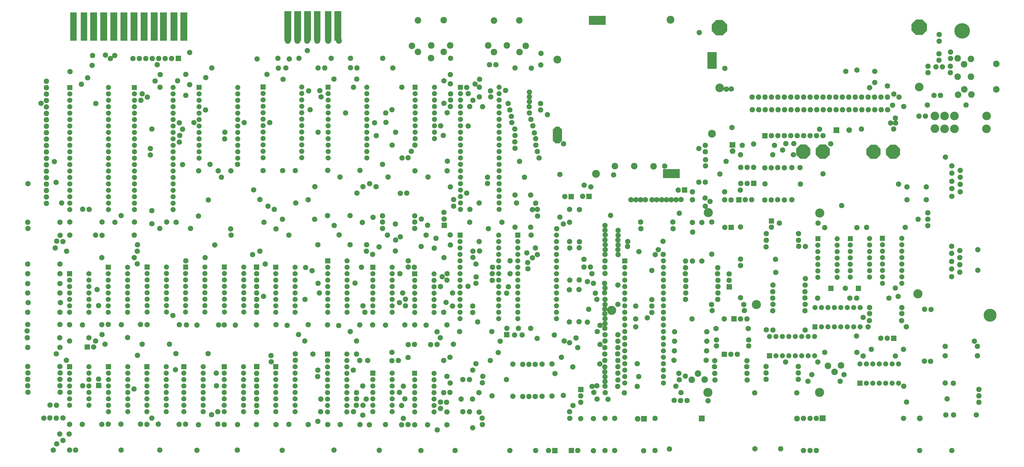
<source format=gbr>
%FSLAX34Y34*%
%MOMM*%
%LNSOLDERMASK_BOTTOM*%
G71*
G01*
%ADD10C, 2.100*%
%ADD11C, 5.100*%
%ADD12C, 6.100*%
%ADD13C, 2.600*%
%ADD14C, 3.600*%
%ADD15C, 2.120*%
%ADD16C, 2.000*%
%ADD17C, 2.240*%
%ADD18C, 2.300*%
%ADD19C, 2.600*%
%ADD20C, 2.600*%
%ADD21C, 2.100*%
%ADD22R, 2.700X11.300*%
%ADD23R, 2.500X11.300*%
%ADD24C, 2.400*%
%ADD25R, 2.700X11.700*%
%ADD26R, 2.500X11.700*%
%ADD27C, 3.400*%
%ADD28C, 3.100*%
%LPD*%
X159550Y258050D02*
G54D10*
D03*
X172550Y282850D02*
G54D10*
D03*
X197050Y296550D02*
G54D10*
D03*
X184942Y321710D02*
G54D10*
D03*
X221850Y321450D02*
G54D10*
D03*
X121750Y384250D02*
G54D10*
D03*
X145950Y384950D02*
G54D10*
D03*
X171450Y384150D02*
G54D10*
D03*
X197550Y384950D02*
G54D10*
D03*
X172150Y434850D02*
G54D10*
D03*
X146150Y435750D02*
G54D10*
D03*
X426050Y360250D02*
G54D10*
D03*
X273550Y359550D02*
G54D10*
D03*
X223250Y257850D02*
G54D10*
D03*
X247650Y258450D02*
G54D10*
D03*
X426350Y258450D02*
G54D10*
D03*
X578750Y258450D02*
G54D10*
D03*
X171250Y638250D02*
G54D10*
D03*
X210650Y612850D02*
G54D10*
D03*
X56950Y701450D02*
G54D10*
D03*
X55850Y728650D02*
G54D10*
D03*
X184650Y702050D02*
G54D10*
D03*
X223350Y688950D02*
G54D10*
D03*
X300050Y701550D02*
G54D10*
D03*
X325620Y688759D02*
G54D10*
D03*
X363650Y676750D02*
G54D10*
D03*
X351050Y714550D02*
G54D10*
D03*
X491050Y632150D02*
G54D10*
D03*
X452450Y702250D02*
G54D10*
D03*
X509750Y676650D02*
G54D10*
D03*
X274350Y752450D02*
G54D10*
D03*
X427450Y753250D02*
G54D10*
D03*
X477650Y499050D02*
G54D10*
D03*
X547522Y384272D02*
G54D10*
D03*
X573250Y360250D02*
G54D10*
D03*
X731550Y358450D02*
G54D10*
D03*
X725550Y257550D02*
G54D10*
D03*
X884550Y257750D02*
G54D10*
D03*
X885350Y358950D02*
G54D10*
D03*
X783250Y397950D02*
G54D10*
D03*
X808150Y409850D02*
G54D10*
D03*
X1087650Y359550D02*
G54D10*
D03*
X1062050Y257150D02*
G54D10*
D03*
X1265650Y257750D02*
G54D10*
D03*
X1290350Y358550D02*
G54D10*
D03*
X1202550Y371450D02*
G54D10*
D03*
X1213650Y409450D02*
G54D10*
D03*
X1214250Y459950D02*
G54D10*
D03*
X1444150Y256950D02*
G54D10*
D03*
X1608750Y256250D02*
G54D10*
D03*
X1557550Y358750D02*
G54D10*
D03*
X1468750Y359050D02*
G54D10*
D03*
X1673287Y338112D02*
G54D10*
D03*
X1634550Y358150D02*
G54D10*
D03*
X1379550Y396450D02*
G54D10*
D03*
X1342450Y410050D02*
G54D10*
D03*
X1353950Y435150D02*
G54D10*
D03*
X1379850Y434950D02*
G54D10*
D03*
X1392650Y459850D02*
G54D10*
D03*
X1354850Y460850D02*
G54D10*
D03*
X1354638Y485214D02*
G54D10*
D03*
X1532350Y434150D02*
G54D10*
D03*
X1544850Y460350D02*
G54D10*
D03*
X1523850Y485550D02*
G54D10*
D03*
X1742950Y256050D02*
G54D10*
D03*
X1709750Y447250D02*
G54D10*
D03*
X1685450Y447950D02*
G54D10*
D03*
X1698150Y485250D02*
G54D10*
D03*
X1723050Y485550D02*
G54D10*
D03*
X1723498Y522929D02*
G54D10*
D03*
X1850950Y358650D02*
G54D10*
D03*
X1850050Y384550D02*
G54D10*
D03*
X1710850Y408850D02*
G54D10*
D03*
X1959350Y256250D02*
G54D10*
D03*
X2060450Y256050D02*
G54D10*
D03*
X617050Y676450D02*
G54D10*
D03*
X725631Y751456D02*
G54D10*
D03*
X630450Y790250D02*
G54D10*
D03*
X337850Y828450D02*
G54D10*
D03*
X332150Y892250D02*
G54D10*
D03*
X988350Y865550D02*
G54D10*
D03*
X1151640Y853758D02*
G54D10*
D03*
X1208446Y878815D02*
G54D10*
D03*
X1125750Y714250D02*
G54D10*
D03*
X1150650Y689350D02*
G54D10*
D03*
X1113750Y638150D02*
G54D10*
D03*
X1182782Y637213D02*
G54D10*
D03*
X1202045Y574350D02*
G54D10*
D03*
X1201309Y548950D02*
G54D10*
D03*
X1113050Y613050D02*
G54D10*
D03*
X1018050Y631550D02*
G54D10*
D03*
X1018350Y606650D02*
G54D10*
D03*
X801950Y561850D02*
G54D10*
D03*
X802250Y511850D02*
G54D10*
D03*
X640850Y575450D02*
G54D10*
D03*
X1080850Y751250D02*
G54D10*
D03*
X877350Y752150D02*
G54D10*
D03*
X1284150Y750450D02*
G54D10*
D03*
X1380450Y827650D02*
G54D10*
D03*
X1387750Y802250D02*
G54D10*
D03*
X1329726Y726527D02*
G54D10*
D03*
X1469050Y752050D02*
G54D10*
D03*
X1354350Y688950D02*
G54D10*
D03*
X1536792Y878936D02*
G54D10*
D03*
X1547650Y854050D02*
G54D10*
D03*
X1547850Y827950D02*
G54D10*
D03*
X1523950Y840950D02*
G54D10*
D03*
X1628662Y751867D02*
G54D10*
D03*
X1698150Y802850D02*
G54D10*
D03*
X1733350Y827350D02*
G54D10*
D03*
X1707550Y841350D02*
G54D10*
D03*
X1732850Y879050D02*
G54D10*
D03*
X1672350Y725850D02*
G54D10*
D03*
X1684950Y701450D02*
G54D10*
D03*
X1672150Y675350D02*
G54D10*
D03*
X1646850Y674650D02*
G54D10*
D03*
X1583550Y675250D02*
G54D10*
D03*
X1559050Y675050D02*
G54D10*
D03*
X1379650Y511250D02*
G54D10*
D03*
X1341850Y574350D02*
G54D10*
D03*
X1354650Y637750D02*
G54D10*
D03*
X1367550Y611850D02*
G54D10*
D03*
X1398650Y612150D02*
G54D10*
D03*
X1494650Y644050D02*
G54D10*
D03*
X1494750Y611550D02*
G54D10*
D03*
X1519450Y612250D02*
G54D10*
D03*
X1558150Y624250D02*
G54D10*
D03*
X1736750Y676450D02*
G54D10*
D03*
X1698750Y612150D02*
G54D10*
D03*
X1722850Y625150D02*
G54D10*
D03*
X1812550Y345850D02*
G54D10*
D03*
X1766750Y459750D02*
G54D10*
D03*
X1711250Y549450D02*
G54D10*
D03*
X1685350Y422150D02*
G54D10*
D03*
X1825450Y599221D02*
G54D10*
D03*
X1882250Y612050D02*
G54D10*
D03*
X1913150Y643650D02*
G54D10*
D03*
X1921450Y688350D02*
G54D10*
D03*
X1812550Y827150D02*
G54D10*
D03*
X1812650Y802050D02*
G54D10*
D03*
X1832550Y764750D02*
G54D10*
D03*
X1946350Y877950D02*
G54D10*
D03*
X2040950Y739050D02*
G54D10*
D03*
X1993050Y738650D02*
G54D10*
D03*
X1978050Y712650D02*
G54D10*
D03*
X1945650Y536350D02*
G54D10*
D03*
X1850744Y524038D02*
G54D10*
D03*
X1852156Y549025D02*
G54D10*
D03*
X1837650Y485450D02*
G54D10*
D03*
X1888550Y472550D02*
G54D10*
D03*
X2066850Y699250D02*
G54D10*
D03*
X2030350Y974250D02*
G54D10*
D03*
X2029550Y998750D02*
G54D10*
D03*
X2026150Y1037450D02*
G54D10*
D03*
X2048450Y1017950D02*
G54D10*
D03*
X2059950Y1056450D02*
G54D10*
D03*
X2067750Y1030650D02*
G54D10*
D03*
X2042850Y1107350D02*
G54D10*
D03*
X1953050Y903150D02*
G54D10*
D03*
X1959750Y955050D02*
G54D10*
D03*
X1959650Y1005950D02*
G54D10*
D03*
X1889383Y928912D02*
G54D10*
D03*
X1889750Y955150D02*
G54D10*
D03*
X1890550Y980350D02*
G54D10*
D03*
X1794350Y904850D02*
G54D10*
D03*
X1825773Y916622D02*
G54D10*
D03*
X1826250Y942150D02*
G54D10*
D03*
X1825550Y993150D02*
G54D10*
D03*
X1840150Y1044350D02*
G54D10*
D03*
X1838351Y1082036D02*
G54D10*
D03*
X1813650Y1044150D02*
G54D10*
D03*
X1813650Y1018950D02*
G54D10*
D03*
X1685750Y903850D02*
G54D10*
D03*
X1692450Y942750D02*
G54D10*
D03*
X1711950Y954750D02*
G54D10*
D03*
X1711350Y929950D02*
G54D10*
D03*
X1699004Y1018360D02*
G54D10*
D03*
X1724525Y1068813D02*
G54D10*
D03*
X1724250Y1108250D02*
G54D10*
D03*
X1667550Y1094750D02*
G54D10*
D03*
X1661337Y1055706D02*
G54D10*
D03*
X1609550Y1062750D02*
G54D10*
D03*
X1582550Y980450D02*
G54D10*
D03*
X1558550Y980850D02*
G54D10*
D03*
X1525750Y954850D02*
G54D10*
D03*
X1558450Y1005550D02*
G54D10*
D03*
X1508250Y1044550D02*
G54D10*
D03*
X1348350Y917550D02*
G54D10*
D03*
X1374360Y980157D02*
G54D10*
D03*
X1418350Y1031450D02*
G54D10*
D03*
X1393650Y1044150D02*
G54D10*
D03*
X1394250Y1069650D02*
G54D10*
D03*
X1443650Y1060850D02*
G54D10*
D03*
X1202902Y916816D02*
G54D10*
D03*
X1179350Y966850D02*
G54D10*
D03*
X1153650Y979350D02*
G54D10*
D03*
X1087950Y1107550D02*
G54D10*
D03*
X1285750Y1107950D02*
G54D10*
D03*
X1476450Y1107650D02*
G54D10*
D03*
X1508450Y1088050D02*
G54D10*
D03*
X1527071Y1100748D02*
G54D10*
D03*
X1628997Y1107615D02*
G54D10*
D03*
X1635050Y1146050D02*
G54D10*
D03*
X1610150Y1171150D02*
G54D10*
D03*
X1240750Y1184250D02*
G54D10*
D03*
X1266250Y1145350D02*
G54D10*
D03*
X1329550Y1184050D02*
G54D10*
D03*
X1377450Y1157350D02*
G54D10*
D03*
X1419650Y1177850D02*
G54D10*
D03*
X1114750Y1234550D02*
G54D10*
D03*
X1163850Y1247150D02*
G54D10*
D03*
X1190250Y1298350D02*
G54D10*
D03*
X1356150Y1273150D02*
G54D10*
D03*
X1380350Y1298550D02*
G54D10*
D03*
X1406450Y1310850D02*
G54D10*
D03*
X1431650Y1298450D02*
G54D10*
D03*
X1479150Y1337050D02*
G54D10*
D03*
X1636450Y1336850D02*
G54D10*
D03*
X1552950Y1273150D02*
G54D10*
D03*
X1527250Y1272550D02*
G54D10*
D03*
X1724484Y1298115D02*
G54D10*
D03*
X1737450Y1247850D02*
G54D10*
D03*
X1737750Y1222050D02*
G54D10*
D03*
X1456750Y1386450D02*
G54D10*
D03*
X1289150Y1336950D02*
G54D10*
D03*
X945293Y1030326D02*
G54D10*
D03*
X994850Y992650D02*
G54D10*
D03*
X973568Y1043743D02*
G54D10*
D03*
X796088Y1068443D02*
G54D10*
D03*
X758175Y1018032D02*
G54D10*
D03*
X681463Y1005631D02*
G54D10*
D03*
X859850Y1106950D02*
G54D10*
D03*
X858750Y1131750D02*
G54D10*
D03*
X700050Y1133350D02*
G54D10*
D03*
X1037588Y1132150D02*
G54D10*
D03*
X989857Y1158225D02*
G54D10*
D03*
X1030450Y1209050D02*
G54D10*
D03*
X1005550Y1221850D02*
G54D10*
D03*
X973950Y1248150D02*
G54D10*
D03*
X949150Y1285750D02*
G54D10*
D03*
X770350Y1246450D02*
G54D10*
D03*
X731850Y1182950D02*
G54D10*
D03*
X643192Y1157876D02*
G54D10*
D03*
X579350Y1133950D02*
G54D10*
D03*
X547850Y1152450D02*
G54D10*
D03*
X547750Y1203450D02*
G54D10*
D03*
X478405Y1107319D02*
G54D10*
D03*
X426750Y1184350D02*
G54D10*
D03*
X402297Y1157835D02*
G54D10*
D03*
X490750Y1069625D02*
G54D10*
D03*
X490137Y1043913D02*
G54D10*
D03*
X478274Y1018700D02*
G54D10*
D03*
X490150Y994150D02*
G54D10*
D03*
X350626Y1018425D02*
G54D10*
D03*
X211650Y1044050D02*
G54D10*
D03*
X166750Y1056450D02*
G54D10*
D03*
X172450Y1083450D02*
G54D10*
D03*
X185906Y1106888D02*
G54D10*
D03*
X197636Y1081623D02*
G54D10*
D03*
X224088Y1107013D02*
G54D10*
D03*
X326275Y1107107D02*
G54D10*
D03*
X351382Y1106688D02*
G54D10*
D03*
X59450Y1133450D02*
G54D10*
D03*
X59145Y1310493D02*
G54D10*
D03*
X192092Y1234735D02*
G54D10*
D03*
X170113Y1315544D02*
G54D10*
D03*
X163644Y1397955D02*
G54D10*
D03*
X111350Y1627750D02*
G54D10*
D03*
X326862Y1627338D02*
G54D10*
D03*
X269750Y1703250D02*
G54D10*
D03*
X225350Y1753750D02*
G54D10*
D03*
X295031Y1728538D02*
G54D10*
D03*
X312806Y1778219D02*
G54D10*
D03*
X314150Y1817150D02*
G54D10*
D03*
X364850Y1818650D02*
G54D10*
D03*
X384350Y1805350D02*
G54D10*
D03*
X401602Y1817176D02*
G54D10*
D03*
X275245Y1209382D02*
G54D10*
D03*
X300792Y1209335D02*
G54D10*
D03*
X509750Y1665458D02*
G54D10*
D03*
X529670Y1652261D02*
G54D10*
D03*
X504306Y1639938D02*
G54D10*
D03*
X547956Y1526745D02*
G54D10*
D03*
X541903Y1449527D02*
G54D10*
D03*
X541551Y1423974D02*
G54D10*
D03*
X569050Y1780150D02*
G54D10*
D03*
X580650Y1741850D02*
G54D10*
D03*
X560508Y1715997D02*
G54D10*
D03*
X649350Y1716650D02*
G54D10*
D03*
X579650Y1691850D02*
G54D10*
D03*
X681650Y1742050D02*
G54D10*
D03*
X784250Y1767750D02*
G54D10*
D03*
X760650Y1729250D02*
G54D10*
D03*
X681221Y1659198D02*
G54D10*
D03*
X759750Y1602050D02*
G54D10*
D03*
X713794Y1551445D02*
G54D10*
D03*
X656251Y1551307D02*
G54D10*
D03*
X668886Y1525397D02*
G54D10*
D03*
X657750Y1500950D02*
G54D10*
D03*
X656208Y1474934D02*
G54D10*
D03*
X668510Y1385902D02*
G54D10*
D03*
X835550Y1513550D02*
G54D10*
D03*
X834698Y1487640D02*
G54D10*
D03*
X1045150Y1806050D02*
G54D10*
D03*
X1160750Y1836150D02*
G54D10*
D03*
X1046350Y1766950D02*
G54D10*
D03*
X1001950Y1741950D02*
G54D10*
D03*
X1064750Y1722750D02*
G54D10*
D03*
X1266050Y1723450D02*
G54D10*
D03*
X1331250Y1768350D02*
G54D10*
D03*
X911650Y1551550D02*
G54D10*
D03*
X1012450Y1551550D02*
G54D10*
D03*
X1209662Y1678125D02*
G54D10*
D03*
X1165550Y1677450D02*
G54D10*
D03*
X1215362Y1653119D02*
G54D10*
D03*
X1171450Y1602350D02*
G54D10*
D03*
X1203348Y1513470D02*
G54D10*
D03*
X1355350Y1723550D02*
G54D10*
D03*
X1343050Y1691850D02*
G54D10*
D03*
X1497750Y1767550D02*
G54D10*
D03*
X1533150Y1691950D02*
G54D10*
D03*
X1494250Y1602550D02*
G54D10*
D03*
X1469550Y1589550D02*
G54D10*
D03*
X1425668Y1550614D02*
G54D10*
D03*
X1470450Y1552450D02*
G54D10*
D03*
X1432669Y1500219D02*
G54D10*
D03*
X1508632Y1513351D02*
G54D10*
D03*
X1495250Y1463350D02*
G54D10*
D03*
X1584650Y1463250D02*
G54D10*
D03*
X1570650Y1438150D02*
G54D10*
D03*
X1557850Y1413050D02*
G54D10*
D03*
X1534050Y1412550D02*
G54D10*
D03*
X1713050Y1399650D02*
G54D10*
D03*
X1696550Y1501350D02*
G54D10*
D03*
X1686750Y1539350D02*
G54D10*
D03*
X1711650Y1590450D02*
G54D10*
D03*
X1699650Y1628150D02*
G54D10*
D03*
X1724750Y1615450D02*
G54D10*
D03*
X1725550Y1641150D02*
G54D10*
D03*
X1725688Y1665664D02*
G54D10*
D03*
X1724550Y1704950D02*
G54D10*
D03*
X1699150Y1716650D02*
G54D10*
D03*
X1724912Y1741501D02*
G54D10*
D03*
X2043750Y1766850D02*
G54D10*
D03*
X2081150Y1779650D02*
G54D10*
D03*
X2082150Y1825050D02*
G54D10*
D03*
X1979950Y1767850D02*
G54D10*
D03*
X1904150Y1780250D02*
G54D10*
D03*
X1878750Y1780250D02*
G54D10*
D03*
X2107250Y1583050D02*
G54D10*
D03*
X2080550Y1627250D02*
G54D10*
D03*
X2079950Y1601550D02*
G54D10*
D03*
X1942250Y1678850D02*
G54D10*
D03*
X2036150Y1671950D02*
G54D10*
D03*
X2036350Y1653050D02*
G54D10*
D03*
X2035950Y1634450D02*
G54D10*
D03*
X2035250Y1614650D02*
G54D10*
D03*
X2036450Y1589950D02*
G54D10*
D03*
X2042350Y1564750D02*
G54D10*
D03*
X2049650Y1538850D02*
G54D10*
D03*
X2055350Y1511150D02*
G54D10*
D03*
X2060850Y1487950D02*
G54D10*
D03*
X2061550Y1463250D02*
G54D10*
D03*
X2067550Y1437750D02*
G54D10*
D03*
X2074089Y1412214D02*
G54D10*
D03*
X1997450Y1398750D02*
G54D10*
D03*
X1979450Y1450350D02*
G54D10*
D03*
X1978850Y1475650D02*
G54D10*
D03*
X1979450Y1501350D02*
G54D10*
D03*
X1978529Y1526128D02*
G54D10*
D03*
X1967050Y1551550D02*
G54D10*
D03*
X1965187Y1576294D02*
G54D10*
D03*
X1959114Y1601674D02*
G54D10*
D03*
X1952713Y1627559D02*
G54D10*
D03*
X1725250Y1805550D02*
G54D10*
D03*
X1839050Y1691950D02*
G54D10*
D03*
X1883240Y1677495D02*
G54D10*
D03*
X1884150Y1653350D02*
G54D10*
D03*
X1839350Y1653550D02*
G54D10*
D03*
X1813684Y1639876D02*
G54D10*
D03*
X1795250Y1666350D02*
G54D10*
D03*
X1851650Y1614350D02*
G54D10*
D03*
X1801250Y1615350D02*
G54D10*
D03*
X1795350Y1538050D02*
G54D10*
D03*
X2017150Y1335550D02*
G54D10*
D03*
X1871150Y1336050D02*
G54D10*
D03*
X1870750Y1311150D02*
G54D10*
D03*
X1838250Y1234550D02*
G54D10*
D03*
X1801750Y1208850D02*
G54D10*
D03*
X1788850Y1273050D02*
G54D10*
D03*
X1699150Y1196950D02*
G54D10*
D03*
X1874250Y1132650D02*
G54D10*
D03*
X2061050Y1233620D02*
G54D10*
D03*
X2067950Y1208550D02*
G54D10*
D03*
X2068450Y1182850D02*
G54D10*
D03*
X2143650Y1132750D02*
G54D10*
D03*
X2047850Y1208450D02*
G54D10*
D03*
X275150Y512050D02*
G54D10*
D03*
X822350Y1335950D02*
G54D10*
D03*
X809750Y1361450D02*
G54D10*
D03*
X777250Y1386950D02*
G54D10*
D03*
X885850Y1386550D02*
G54D10*
D03*
X2436950Y1247150D02*
G54D10*
D03*
X2455950Y1246850D02*
G54D10*
D03*
X2474950Y1247150D02*
G54D10*
D03*
X2493850Y1247150D02*
G54D10*
D03*
X2519550Y1247150D02*
G54D10*
D03*
X2538650Y1247150D02*
G54D10*
D03*
X2557550Y1247150D02*
G54D10*
D03*
X2576650Y1246850D02*
G54D10*
D03*
X2595450Y1246850D02*
G54D10*
D03*
X2614650Y1246750D02*
G54D10*
D03*
X2633750Y1247550D02*
G54D10*
D03*
X2729750Y1221650D02*
G54D10*
D03*
X2748450Y1240350D02*
G54D10*
D03*
X2728850Y1253850D02*
G54D10*
D03*
X2729750Y1316650D02*
G54D10*
D03*
X2703950Y1316250D02*
G54D10*
D03*
X2834750Y1532250D02*
G54D10*
D03*
X2920450Y1467550D02*
G54D10*
D03*
X3193550Y1349450D02*
G54D10*
D03*
X3076650Y1425050D02*
G54D10*
D03*
X3034550Y1443450D02*
G54D10*
D03*
X3047016Y1468815D02*
G54D10*
D03*
X3078650Y1469150D02*
G54D10*
D03*
X3103350Y1373850D02*
G54D10*
D03*
X3267350Y1224350D02*
G54D10*
D03*
X3180032Y1525347D02*
G54D10*
D03*
X2964750Y1310050D02*
G54D10*
D03*
X2867950Y1284750D02*
G54D10*
D03*
X2831450Y1246450D02*
G54D10*
D03*
X3478706Y1569559D02*
G54D10*
D03*
X3460476Y1550330D02*
G54D10*
D03*
X3479658Y1549854D02*
G54D10*
D03*
X3283750Y1754550D02*
G54D10*
D03*
X2806850Y1766450D02*
G54D10*
D03*
X2813050Y1683550D02*
G54D10*
D03*
X2832450Y1684750D02*
G54D10*
D03*
X3327450Y1759250D02*
G54D10*
D03*
X3397450Y1754350D02*
G54D10*
D03*
X3377241Y1689443D02*
G54D10*
D03*
X3397850Y1709750D02*
G54D10*
D03*
X3447250Y1696250D02*
G54D10*
D03*
X3472950Y1664850D02*
G54D10*
D03*
X3493350Y1652850D02*
G54D10*
D03*
X3467750Y1620650D02*
G54D10*
D03*
X3511850Y1614950D02*
G54D10*
D03*
X2278250Y1297550D02*
G54D10*
D03*
X2252462Y1304503D02*
G54D10*
D03*
X2156818Y1178072D02*
G54D10*
D03*
X2170050Y1151350D02*
G54D10*
D03*
X2194750Y1158350D02*
G54D10*
D03*
X2251450Y981350D02*
G54D10*
D03*
X2250950Y1011750D02*
G54D10*
D03*
X2334150Y955650D02*
G54D10*
D03*
X2276950Y980850D02*
G54D10*
D03*
X2264450Y923450D02*
G54D10*
D03*
X2288750Y917150D02*
G54D10*
D03*
X2302950Y459750D02*
G54D10*
D03*
X2295950Y878250D02*
G54D10*
D03*
X2270250Y814750D02*
G54D10*
D03*
X2264450Y763750D02*
G54D10*
D03*
X2303750Y726450D02*
G54D10*
D03*
X2226950Y662750D02*
G54D10*
D03*
X2194450Y681950D02*
G54D10*
D03*
X2173386Y689191D02*
G54D10*
D03*
X2220250Y701050D02*
G54D10*
D03*
X2162150Y624750D02*
G54D10*
D03*
X2207450Y586250D02*
G54D10*
D03*
X2169618Y474095D02*
G54D10*
D03*
X2315150Y751150D02*
G54D10*
D03*
X2314950Y675350D02*
G54D10*
D03*
X2314150Y598250D02*
G54D10*
D03*
X2302421Y512256D02*
G54D10*
D03*
X2346350Y458450D02*
G54D10*
D03*
X2283350Y509350D02*
G54D10*
D03*
X2290550Y485550D02*
G54D10*
D03*
X2207850Y433950D02*
G54D10*
D03*
X2195050Y383650D02*
G54D10*
D03*
X2194350Y409350D02*
G54D10*
D03*
X2238250Y382550D02*
G54D10*
D03*
X2486550Y255950D02*
G54D10*
D03*
X2588471Y262532D02*
G54D10*
D03*
X2334950Y485350D02*
G54D10*
D03*
X2925450Y263250D02*
G54D10*
D03*
X3026450Y263450D02*
G54D10*
D03*
X2740650Y453050D02*
G54D10*
D03*
X3523350Y447550D02*
G54D10*
D03*
X3510821Y383507D02*
G54D10*
D03*
X3797850Y396650D02*
G54D10*
D03*
X3708450Y397350D02*
G54D10*
D03*
X3677550Y397150D02*
G54D10*
D03*
X3682850Y460650D02*
G54D10*
D03*
X3707950Y522550D02*
G54D10*
D03*
X3675550Y523450D02*
G54D10*
D03*
X3617750Y608350D02*
G54D10*
D03*
X3593450Y609850D02*
G54D10*
D03*
X3619250Y813950D02*
G54D10*
D03*
X3593950Y814650D02*
G54D10*
D03*
X3851960Y790499D02*
G54D11*
D03*
X3790950Y688050D02*
G54D10*
D03*
X2333850Y612450D02*
G54D10*
D03*
X1813038Y574344D02*
G54D10*
D03*
X2333750Y739044D02*
G54D10*
D03*
X3676000Y1415200D02*
G54D10*
D03*
X1811944Y459938D02*
G54D10*
D03*
X2333450Y586500D02*
G54D10*
D03*
X2333850Y567438D02*
G54D10*
D03*
X2334150Y548087D02*
G54D10*
D03*
X2334450Y529338D02*
G54D10*
D03*
X2334150Y510838D02*
G54D10*
D03*
X2137308Y560384D02*
G54D10*
D03*
X2334150Y688756D02*
G54D10*
D03*
X2333850Y663056D02*
G54D10*
D03*
X2333550Y637356D02*
G54D10*
D03*
X1507950Y1151750D02*
G54D10*
D03*
X1311750Y1590050D02*
G54D10*
D03*
X1063750Y1362550D02*
G54D10*
D03*
X3224450Y1468350D02*
G54D10*
D03*
X3803850Y1049450D02*
G54D10*
D03*
X3803750Y968850D02*
G54D10*
D03*
X3741892Y1914034D02*
G54D12*
D03*
X2282250Y955150D02*
G54D10*
D03*
X2334150Y1145650D02*
G54D10*
D03*
X2334240Y1126450D02*
G54D10*
D03*
X2335050Y1107850D02*
G54D10*
D03*
X2334450Y1087750D02*
G54D10*
D03*
X2334750Y1068950D02*
G54D10*
D03*
X2334750Y1050050D02*
G54D10*
D03*
X2334350Y1031250D02*
G54D10*
D03*
X2334350Y1005850D02*
G54D10*
D03*
X2333550Y980450D02*
G54D10*
D03*
X2302150Y853650D02*
G54D10*
D03*
X2332950Y916850D02*
G54D10*
D03*
X2333950Y897950D02*
G54D10*
D03*
X2332950Y879550D02*
G54D10*
D03*
X2334250Y853650D02*
G54D10*
D03*
X2333950Y833150D02*
G54D10*
D03*
X2333550Y815350D02*
G54D10*
D03*
X2333750Y796750D02*
G54D10*
D03*
X2333950Y777050D02*
G54D10*
D03*
X2334150Y758050D02*
G54D10*
D03*
X2334250Y713950D02*
G54D10*
D03*
X2730050Y1462250D02*
G54D10*
D03*
X2704050Y1449650D02*
G54D10*
D03*
X2705550Y1907350D02*
G54D10*
D03*
X1985681Y1234666D02*
G54D10*
D03*
X1788780Y1690938D02*
G54D10*
D03*
X1839850Y1722450D02*
G54D10*
D03*
X1821650Y1704450D02*
G54D10*
D03*
X1837850Y407750D02*
G54D10*
D03*
X2355950Y1185650D02*
G54D10*
D03*
X2627650Y1193650D02*
G54D10*
D03*
X3568550Y1170050D02*
G54D10*
D03*
X3090050Y483950D02*
G54D10*
D03*
X2924650Y483950D02*
G54D10*
D03*
X2633950Y484750D02*
G54D10*
D03*
X2410350Y484350D02*
G54D10*
D03*
X2679750Y1119450D02*
G54D10*
D03*
X2386050Y1126250D02*
G54D10*
D03*
X2386050Y1106450D02*
G54D10*
D03*
X2385050Y1087550D02*
G54D10*
D03*
X2385550Y1068750D02*
G54D10*
D03*
X2385050Y1049450D02*
G54D10*
D03*
X2385550Y1030150D02*
G54D10*
D03*
X2423650Y1081750D02*
G54D10*
D03*
X2423250Y1062450D02*
G54D10*
D03*
X2467650Y1042150D02*
G54D10*
D03*
X2543950Y1049450D02*
G54D10*
D03*
X2532350Y1030150D02*
G54D10*
D03*
X2651750Y1004950D02*
G54D10*
D03*
X2518850Y967450D02*
G54D10*
D03*
X2385150Y910250D02*
G54D10*
D03*
X2385150Y833750D02*
G54D10*
D03*
X2455450Y827450D02*
G54D10*
D03*
X2455150Y776550D02*
G54D10*
D03*
X2455150Y744550D02*
G54D10*
D03*
X2385450Y713450D02*
G54D10*
D03*
X2518550Y852850D02*
G54D10*
D03*
X2519150Y827450D02*
G54D10*
D03*
X2518850Y801950D02*
G54D10*
D03*
X2500850Y780250D02*
G54D10*
D03*
X2385450Y687950D02*
G54D10*
D03*
X2385150Y662550D02*
G54D10*
D03*
X2384244Y638221D02*
G54D10*
D03*
X2385450Y611750D02*
G54D10*
D03*
X2385234Y587801D02*
G54D10*
D03*
X2461450Y599150D02*
G54D10*
D03*
X2385089Y562424D02*
G54D10*
D03*
X2384850Y535150D02*
G54D10*
D03*
X2384550Y509950D02*
G54D10*
D03*
X2467150Y548550D02*
G54D10*
D03*
X2461150Y509750D02*
G54D10*
D03*
X2625950Y561150D02*
G54D10*
D03*
X2651240Y549890D02*
G54D10*
D03*
X2627150Y535450D02*
G54D10*
D03*
X2613950Y510250D02*
G54D10*
D03*
X3098050Y1063450D02*
G54D10*
D03*
X2969550Y1061050D02*
G54D10*
D03*
X3122250Y883750D02*
G54D10*
D03*
X2995650Y883750D02*
G54D10*
D03*
X2995150Y858650D02*
G54D10*
D03*
X3122250Y859050D02*
G54D10*
D03*
X2970150Y733150D02*
G54D10*
D03*
X3511650Y510250D02*
G54D10*
D03*
X3325521Y708950D02*
G54D10*
D03*
X3490350Y864850D02*
G54D10*
D03*
X3478826Y898597D02*
G54D10*
D03*
X3281550Y897550D02*
G54D10*
D03*
G36*
X3214450Y907550D02*
X3235450Y907550D01*
X3235450Y886550D01*
X3214450Y886550D01*
X3214450Y907550D01*
G37*
G36*
X3322850Y907350D02*
X3343850Y907350D01*
X3343850Y886350D01*
X3322850Y886350D01*
X3322850Y907350D01*
G37*
X2373150Y1379750D02*
G54D13*
D03*
X2449150Y1379750D02*
G54D13*
D03*
X2525950Y1379350D02*
G54D13*
D03*
X2569850Y1379750D02*
G54D10*
D03*
X2367750Y1345150D02*
G54D10*
D03*
X2156350Y1347250D02*
G54D10*
D03*
X2811950Y1398450D02*
G54D10*
D03*
X2786950Y1348450D02*
G54D10*
D03*
X3351754Y782257D02*
G54D10*
D03*
X3179896Y485891D02*
G54D14*
D03*
X3568168Y875010D02*
G54D14*
D03*
X3180538Y1194424D02*
G54D14*
D03*
X2741767Y1195924D02*
G54D14*
D03*
X2360638Y810024D02*
G54D14*
D03*
X2739944Y485775D02*
G54D14*
D03*
X2930938Y833224D02*
G54D14*
D03*
X59500Y563250D02*
G54D10*
D03*
X186500Y563250D02*
G54D10*
D03*
X58375Y537175D02*
G54D10*
D03*
X185375Y537175D02*
G54D10*
D03*
X58300Y512075D02*
G54D10*
D03*
X185300Y512075D02*
G54D10*
D03*
X59275Y486550D02*
G54D10*
D03*
X186275Y486550D02*
G54D10*
D03*
X58100Y588450D02*
G54D10*
D03*
X185100Y588450D02*
G54D10*
D03*
X2875375Y1462300D02*
G54D10*
D03*
X3002375Y1462300D02*
G54D10*
D03*
X2868750Y1425250D02*
G54D10*
D03*
X2995750Y1425250D02*
G54D10*
D03*
X1539350Y510850D02*
G54D10*
D03*
X1539350Y383850D02*
G54D10*
D03*
X2288450Y383000D02*
G54D10*
D03*
X2288450Y256000D02*
G54D10*
D03*
X2334175Y383125D02*
G54D10*
D03*
X2334175Y256125D02*
G54D10*
D03*
X2372100Y383250D02*
G54D10*
D03*
X2372100Y256250D02*
G54D10*
D03*
X2531200Y383625D02*
G54D10*
D03*
X2531200Y256625D02*
G54D10*
D03*
G36*
X2249219Y507919D02*
X2249219Y486919D01*
X2228219Y486919D01*
X2228219Y507919D01*
X2249219Y507919D01*
G37*
X2238719Y472019D02*
G54D10*
D03*
X2238719Y446619D02*
G54D10*
D03*
X2657750Y454050D02*
G54D10*
D03*
X2632550Y454050D02*
G54D10*
D03*
X2606950Y454450D02*
G54D10*
D03*
X3116672Y383808D02*
G54D10*
D03*
X3116672Y256808D02*
G54D10*
D03*
X3143130Y383508D02*
G54D10*
D03*
X3143130Y256508D02*
G54D10*
D03*
X3167630Y256147D02*
G54D10*
D03*
X3167630Y383147D02*
G54D10*
D03*
X3701950Y256850D02*
G54D10*
D03*
X3574950Y256850D02*
G54D10*
D03*
X3808250Y497850D02*
G54D15*
D03*
X3808250Y472450D02*
G54D15*
D03*
X3808250Y447050D02*
G54D15*
D03*
X3802535Y667986D02*
G54D10*
D03*
X3675535Y667986D02*
G54D10*
D03*
X3802450Y630550D02*
G54D10*
D03*
X3675450Y630550D02*
G54D10*
D03*
X3606571Y1144772D02*
G54D10*
D03*
X3606571Y1169972D02*
G54D10*
D03*
X3606971Y1195572D02*
G54D10*
D03*
X3472550Y1526750D02*
G54D10*
D03*
X3345550Y1526750D02*
G54D10*
D03*
G36*
X2931050Y1301050D02*
X2910050Y1301050D01*
X2910050Y1322050D01*
X2931050Y1322050D01*
X2931050Y1301050D01*
G37*
X2895150Y1311550D02*
G54D10*
D03*
X2869750Y1311550D02*
G54D10*
D03*
X3015350Y1247050D02*
G54D10*
D03*
X3015350Y1374050D02*
G54D10*
D03*
G36*
X2851550Y1257250D02*
X2872550Y1257250D01*
X2872550Y1236250D01*
X2851550Y1236250D01*
X2851550Y1257250D01*
G37*
X2887450Y1246750D02*
G54D10*
D03*
X2912850Y1246750D02*
G54D10*
D03*
X2678850Y1278450D02*
G54D10*
D03*
X2805850Y1278450D02*
G54D10*
D03*
X2679154Y1247081D02*
G54D10*
D03*
X2806154Y1247081D02*
G54D10*
D03*
X1062850Y1170350D02*
G54D10*
D03*
X1189850Y1170350D02*
G54D10*
D03*
X1979194Y1138740D02*
G54D10*
D03*
X1979194Y1265741D02*
G54D10*
D03*
X2041697Y1139037D02*
G54D10*
D03*
X2041697Y1266038D02*
G54D10*
D03*
X2869450Y1374650D02*
G54D10*
D03*
X2894850Y1374650D02*
G54D10*
D03*
X2920250Y1374650D02*
G54D10*
D03*
G36*
X662950Y1794745D02*
X641950Y1794745D01*
X641950Y1815745D01*
X662950Y1815745D01*
X662950Y1794745D01*
G37*
X473650Y1805250D02*
G54D10*
D03*
X499050Y1805250D02*
G54D10*
D03*
X524450Y1805250D02*
G54D10*
D03*
X549850Y1805250D02*
G54D10*
D03*
X575250Y1805250D02*
G54D10*
D03*
X600650Y1805250D02*
G54D10*
D03*
X626050Y1805250D02*
G54D10*
D03*
G36*
X971374Y991560D02*
X971374Y970560D01*
X950374Y970560D01*
X950374Y991560D01*
X971374Y991560D01*
G37*
X960868Y802260D02*
G54D10*
D03*
X960868Y827660D02*
G54D10*
D03*
X960868Y853060D02*
G54D10*
D03*
X960868Y878460D02*
G54D10*
D03*
X960868Y903860D02*
G54D10*
D03*
X960868Y929260D02*
G54D10*
D03*
X960868Y954660D02*
G54D10*
D03*
G36*
X971850Y598550D02*
X971850Y577550D01*
X950850Y577550D01*
X950850Y598550D01*
X971850Y598550D01*
G37*
X961345Y409250D02*
G54D10*
D03*
X961345Y434650D02*
G54D10*
D03*
X961345Y460050D02*
G54D10*
D03*
X961345Y485450D02*
G54D10*
D03*
X961345Y510850D02*
G54D10*
D03*
X961345Y536250D02*
G54D10*
D03*
X961345Y561650D02*
G54D10*
D03*
G36*
X234250Y1700350D02*
X234250Y1680350D01*
X214250Y1680350D01*
X214250Y1700350D01*
X234250Y1700350D01*
G37*
X224250Y1664950D02*
G54D16*
D03*
X224250Y1639550D02*
G54D16*
D03*
X224250Y1614150D02*
G54D16*
D03*
X224250Y1588750D02*
G54D16*
D03*
X224250Y1563350D02*
G54D16*
D03*
X224250Y1537950D02*
G54D16*
D03*
X224250Y1512550D02*
G54D16*
D03*
X224250Y1487150D02*
G54D16*
D03*
X224250Y1461750D02*
G54D16*
D03*
X224250Y1436350D02*
G54D16*
D03*
X224250Y1410950D02*
G54D16*
D03*
X224250Y1385550D02*
G54D16*
D03*
X224250Y1360150D02*
G54D16*
D03*
X224250Y1334750D02*
G54D16*
D03*
X224250Y1309350D02*
G54D16*
D03*
X224250Y1283950D02*
G54D16*
D03*
X224250Y1258550D02*
G54D16*
D03*
X224250Y1233150D02*
G54D16*
D03*
X224250Y1207750D02*
G54D16*
D03*
X376650Y1207750D02*
G54D16*
D03*
X376650Y1233150D02*
G54D16*
D03*
X376650Y1258550D02*
G54D16*
D03*
X376650Y1283950D02*
G54D16*
D03*
X376650Y1309350D02*
G54D16*
D03*
X376650Y1334750D02*
G54D16*
D03*
X376650Y1360150D02*
G54D16*
D03*
X376650Y1385550D02*
G54D16*
D03*
X376650Y1410950D02*
G54D16*
D03*
X376650Y1436350D02*
G54D16*
D03*
X376650Y1461750D02*
G54D16*
D03*
X376650Y1487150D02*
G54D16*
D03*
X376650Y1512550D02*
G54D16*
D03*
X376650Y1537950D02*
G54D16*
D03*
X376650Y1563350D02*
G54D16*
D03*
X376650Y1588750D02*
G54D16*
D03*
X376650Y1614150D02*
G54D16*
D03*
X376650Y1639550D02*
G54D16*
D03*
X376650Y1664950D02*
G54D16*
D03*
X376650Y1690350D02*
G54D16*
D03*
G36*
X488950Y1700350D02*
X488950Y1680350D01*
X468950Y1680350D01*
X468950Y1700350D01*
X488950Y1700350D01*
G37*
X478950Y1664950D02*
G54D16*
D03*
X478950Y1639550D02*
G54D16*
D03*
X478950Y1614150D02*
G54D16*
D03*
X478950Y1588750D02*
G54D16*
D03*
X478950Y1563350D02*
G54D16*
D03*
X478950Y1537950D02*
G54D16*
D03*
X478950Y1512550D02*
G54D16*
D03*
X478950Y1487150D02*
G54D16*
D03*
X478950Y1461750D02*
G54D16*
D03*
X478950Y1436350D02*
G54D16*
D03*
X478950Y1410950D02*
G54D16*
D03*
X478950Y1385550D02*
G54D16*
D03*
X478950Y1360150D02*
G54D16*
D03*
X478950Y1334750D02*
G54D16*
D03*
X478950Y1309350D02*
G54D16*
D03*
X478950Y1283950D02*
G54D16*
D03*
X478950Y1258550D02*
G54D16*
D03*
X478950Y1233150D02*
G54D16*
D03*
X478950Y1207750D02*
G54D16*
D03*
X631350Y1207750D02*
G54D16*
D03*
X631350Y1233150D02*
G54D16*
D03*
X631350Y1258550D02*
G54D16*
D03*
X631350Y1283950D02*
G54D16*
D03*
X631350Y1309350D02*
G54D16*
D03*
X631350Y1334750D02*
G54D16*
D03*
X631350Y1360150D02*
G54D16*
D03*
X631350Y1385550D02*
G54D16*
D03*
X631350Y1410950D02*
G54D16*
D03*
X631350Y1436350D02*
G54D16*
D03*
X631350Y1461750D02*
G54D16*
D03*
X631350Y1487150D02*
G54D16*
D03*
X631350Y1512550D02*
G54D16*
D03*
X631350Y1537950D02*
G54D16*
D03*
X631350Y1563350D02*
G54D16*
D03*
X631350Y1588750D02*
G54D16*
D03*
X631350Y1614150D02*
G54D16*
D03*
X631350Y1639550D02*
G54D16*
D03*
X631350Y1664950D02*
G54D16*
D03*
X631350Y1690350D02*
G54D16*
D03*
G36*
X743950Y1701050D02*
X743950Y1681050D01*
X723950Y1681050D01*
X723950Y1701050D01*
X743950Y1701050D01*
G37*
X733950Y1665650D02*
G54D16*
D03*
X733950Y1640250D02*
G54D16*
D03*
X733950Y1614850D02*
G54D16*
D03*
X733950Y1589450D02*
G54D16*
D03*
X733950Y1564050D02*
G54D16*
D03*
X733950Y1538650D02*
G54D16*
D03*
X733950Y1513250D02*
G54D16*
D03*
X733950Y1487850D02*
G54D16*
D03*
X733950Y1462450D02*
G54D16*
D03*
X733950Y1437050D02*
G54D16*
D03*
X733950Y1411650D02*
G54D16*
D03*
X886350Y1411650D02*
G54D16*
D03*
X886350Y1437050D02*
G54D16*
D03*
X886350Y1462450D02*
G54D16*
D03*
X886350Y1487850D02*
G54D16*
D03*
X886350Y1513250D02*
G54D16*
D03*
X886350Y1538650D02*
G54D16*
D03*
X886350Y1564050D02*
G54D16*
D03*
X886350Y1589450D02*
G54D16*
D03*
X886350Y1614850D02*
G54D16*
D03*
X886350Y1640250D02*
G54D16*
D03*
X886350Y1665650D02*
G54D16*
D03*
X886350Y1691050D02*
G54D16*
D03*
G36*
X996350Y1702150D02*
X996350Y1682150D01*
X976350Y1682150D01*
X976350Y1702150D01*
X996350Y1702150D01*
G37*
X986350Y1666750D02*
G54D16*
D03*
X986350Y1641350D02*
G54D16*
D03*
X986350Y1615950D02*
G54D16*
D03*
X986350Y1590550D02*
G54D16*
D03*
X986350Y1565150D02*
G54D16*
D03*
X986350Y1539750D02*
G54D16*
D03*
X986350Y1514350D02*
G54D16*
D03*
X986350Y1488950D02*
G54D16*
D03*
X986350Y1463550D02*
G54D16*
D03*
X986350Y1438150D02*
G54D16*
D03*
X986350Y1412750D02*
G54D16*
D03*
X1138750Y1412750D02*
G54D16*
D03*
X1138750Y1438150D02*
G54D16*
D03*
X1138750Y1463550D02*
G54D16*
D03*
X1138750Y1488950D02*
G54D16*
D03*
X1138750Y1514350D02*
G54D16*
D03*
X1138750Y1539750D02*
G54D16*
D03*
X1138750Y1565150D02*
G54D16*
D03*
X1138750Y1590550D02*
G54D16*
D03*
X1138750Y1615950D02*
G54D16*
D03*
X1138750Y1641350D02*
G54D16*
D03*
X1138750Y1666750D02*
G54D16*
D03*
X1138750Y1692150D02*
G54D16*
D03*
G36*
X1252550Y1701950D02*
X1252550Y1681950D01*
X1232550Y1681950D01*
X1232550Y1701950D01*
X1252550Y1701950D01*
G37*
X1242550Y1666550D02*
G54D16*
D03*
X1242550Y1641150D02*
G54D16*
D03*
X1242550Y1615750D02*
G54D16*
D03*
X1242550Y1590350D02*
G54D16*
D03*
X1242550Y1564950D02*
G54D16*
D03*
X1242550Y1539550D02*
G54D16*
D03*
X1242550Y1514150D02*
G54D16*
D03*
X1242550Y1488750D02*
G54D16*
D03*
X1242550Y1463350D02*
G54D16*
D03*
X1242550Y1437950D02*
G54D16*
D03*
X1242550Y1412550D02*
G54D16*
D03*
X1394950Y1412550D02*
G54D16*
D03*
X1394950Y1437950D02*
G54D16*
D03*
X1394950Y1463350D02*
G54D16*
D03*
X1394950Y1488750D02*
G54D16*
D03*
X1394950Y1514150D02*
G54D16*
D03*
X1394950Y1539550D02*
G54D16*
D03*
X1394950Y1564950D02*
G54D16*
D03*
X1394950Y1590350D02*
G54D16*
D03*
X1394950Y1615750D02*
G54D16*
D03*
X1394950Y1641150D02*
G54D16*
D03*
X1394950Y1666550D02*
G54D16*
D03*
X1394950Y1691950D02*
G54D16*
D03*
G36*
X1774150Y1701150D02*
X1774150Y1681150D01*
X1754150Y1681150D01*
X1754150Y1701150D01*
X1774150Y1701150D01*
G37*
X1764150Y1665750D02*
G54D16*
D03*
X1764150Y1640350D02*
G54D16*
D03*
X1764150Y1614950D02*
G54D16*
D03*
X1764150Y1589550D02*
G54D16*
D03*
X1764150Y1564150D02*
G54D16*
D03*
X1764150Y1538750D02*
G54D16*
D03*
X1764150Y1513350D02*
G54D16*
D03*
X1764150Y1487950D02*
G54D16*
D03*
X1764150Y1462550D02*
G54D16*
D03*
X1764150Y1437150D02*
G54D16*
D03*
X1764150Y1411750D02*
G54D16*
D03*
X1764150Y1386350D02*
G54D16*
D03*
X1764150Y1360950D02*
G54D16*
D03*
X1764150Y1335550D02*
G54D16*
D03*
X1764150Y1310150D02*
G54D16*
D03*
X1764150Y1284750D02*
G54D16*
D03*
X1764150Y1259350D02*
G54D16*
D03*
X1764150Y1233950D02*
G54D16*
D03*
X1764150Y1208550D02*
G54D16*
D03*
X1916550Y1208550D02*
G54D16*
D03*
X1916550Y1233950D02*
G54D16*
D03*
X1916550Y1259350D02*
G54D16*
D03*
X1916550Y1284750D02*
G54D16*
D03*
X1916550Y1310150D02*
G54D16*
D03*
X1916550Y1335550D02*
G54D16*
D03*
X1916550Y1360950D02*
G54D16*
D03*
X1916550Y1386350D02*
G54D16*
D03*
X1916550Y1411750D02*
G54D16*
D03*
X1916550Y1437150D02*
G54D16*
D03*
X1916550Y1462550D02*
G54D16*
D03*
X1916550Y1487950D02*
G54D16*
D03*
X1916550Y1513350D02*
G54D16*
D03*
X1916550Y1538750D02*
G54D16*
D03*
X1916550Y1564150D02*
G54D16*
D03*
X1916550Y1589550D02*
G54D16*
D03*
X1916550Y1614950D02*
G54D16*
D03*
X1916550Y1640350D02*
G54D16*
D03*
X1916550Y1665750D02*
G54D16*
D03*
X1916550Y1691150D02*
G54D16*
D03*
G36*
X1595550Y1701650D02*
X1595550Y1681650D01*
X1575550Y1681650D01*
X1575550Y1701650D01*
X1595550Y1701650D01*
G37*
X1585550Y1666250D02*
G54D16*
D03*
X1585550Y1640850D02*
G54D16*
D03*
X1585550Y1615450D02*
G54D16*
D03*
X1585550Y1590050D02*
G54D16*
D03*
X1585550Y1564650D02*
G54D16*
D03*
X1585550Y1539250D02*
G54D16*
D03*
X1585550Y1513850D02*
G54D16*
D03*
X1585550Y1488450D02*
G54D16*
D03*
X1661750Y1488450D02*
G54D16*
D03*
X1661750Y1513850D02*
G54D16*
D03*
X1661750Y1539250D02*
G54D16*
D03*
X1661750Y1564650D02*
G54D16*
D03*
X1661750Y1590050D02*
G54D16*
D03*
X1661750Y1615450D02*
G54D16*
D03*
X1661750Y1640850D02*
G54D16*
D03*
X1661750Y1666250D02*
G54D16*
D03*
X1661750Y1691650D02*
G54D16*
D03*
X1255050Y1805950D02*
G54D10*
D03*
X1128050Y1805950D02*
G54D10*
D03*
X1203550Y1767450D02*
G54D10*
D03*
X1076550Y1767450D02*
G54D10*
D03*
X1356350Y1767450D02*
G54D10*
D03*
X1229350Y1767450D02*
G54D10*
D03*
X1457650Y1805850D02*
G54D10*
D03*
X1330650Y1805850D02*
G54D10*
D03*
X185650Y1158450D02*
G54D10*
D03*
X58650Y1158450D02*
G54D10*
D03*
X351350Y1159050D02*
G54D10*
D03*
X224350Y1159050D02*
G54D10*
D03*
X606650Y1158650D02*
G54D10*
D03*
X479650Y1158650D02*
G54D10*
D03*
X859350Y1361750D02*
G54D10*
D03*
X732350Y1361750D02*
G54D10*
D03*
X1113150Y1362550D02*
G54D10*
D03*
X986150Y1362550D02*
G54D10*
D03*
X1368350Y1362650D02*
G54D10*
D03*
X1241350Y1362650D02*
G54D10*
D03*
X1712050Y1361550D02*
G54D10*
D03*
X1585050Y1361550D02*
G54D10*
D03*
X185850Y993250D02*
G54D10*
D03*
X58850Y993250D02*
G54D10*
D03*
X185450Y954850D02*
G54D10*
D03*
X58450Y954850D02*
G54D10*
D03*
X185050Y916050D02*
G54D10*
D03*
X58050Y916050D02*
G54D10*
D03*
X185450Y878850D02*
G54D10*
D03*
X58450Y878850D02*
G54D10*
D03*
X187150Y840950D02*
G54D10*
D03*
X60150Y840950D02*
G54D10*
D03*
X185450Y802950D02*
G54D10*
D03*
X58450Y802950D02*
G54D10*
D03*
X185150Y753950D02*
G54D10*
D03*
X58150Y753950D02*
G54D10*
D03*
X350550Y753350D02*
G54D10*
D03*
X223550Y753350D02*
G54D10*
D03*
X503250Y753950D02*
G54D10*
D03*
X376250Y753950D02*
G54D10*
D03*
X656550Y753350D02*
G54D10*
D03*
X529550Y753350D02*
G54D10*
D03*
X810950Y752250D02*
G54D10*
D03*
X683950Y752250D02*
G54D10*
D03*
X185150Y663750D02*
G54D10*
D03*
X58150Y663750D02*
G54D10*
D03*
G36*
X233550Y965050D02*
X233550Y945050D01*
X213550Y945050D01*
X213550Y965050D01*
X233550Y965050D01*
G37*
X223550Y929650D02*
G54D16*
D03*
X223550Y904250D02*
G54D16*
D03*
X223550Y878850D02*
G54D16*
D03*
X223550Y853450D02*
G54D16*
D03*
X223550Y828050D02*
G54D16*
D03*
X223550Y802650D02*
G54D16*
D03*
X299750Y802650D02*
G54D16*
D03*
X299750Y828050D02*
G54D16*
D03*
X299750Y853450D02*
G54D16*
D03*
X299750Y878850D02*
G54D16*
D03*
X299750Y904250D02*
G54D16*
D03*
X299750Y929650D02*
G54D16*
D03*
X299750Y955050D02*
G54D16*
D03*
G36*
X233350Y597550D02*
X233350Y577550D01*
X213350Y577550D01*
X213350Y597550D01*
X233350Y597550D01*
G37*
X223350Y562150D02*
G54D16*
D03*
X223350Y536750D02*
G54D16*
D03*
X223350Y511350D02*
G54D16*
D03*
X223350Y485950D02*
G54D16*
D03*
X223350Y460550D02*
G54D16*
D03*
X223350Y435150D02*
G54D16*
D03*
X299550Y435150D02*
G54D16*
D03*
X299550Y460550D02*
G54D16*
D03*
X299550Y485950D02*
G54D16*
D03*
X299550Y511350D02*
G54D16*
D03*
X299550Y536750D02*
G54D16*
D03*
X299550Y562150D02*
G54D16*
D03*
X299550Y587550D02*
G54D16*
D03*
X1329050Y1069050D02*
G54D10*
D03*
X1202050Y1069050D02*
G54D10*
D03*
X1583750Y1133850D02*
G54D10*
D03*
X1456750Y1133850D02*
G54D10*
D03*
X1584150Y1159050D02*
G54D10*
D03*
X1457150Y1159050D02*
G54D10*
D03*
X1583946Y1183732D02*
G54D10*
D03*
X1456946Y1183732D02*
G54D10*
D03*
G36*
X1594250Y964450D02*
X1594250Y944450D01*
X1574250Y944450D01*
X1574250Y964450D01*
X1594250Y964450D01*
G37*
X1584250Y929050D02*
G54D16*
D03*
X1584250Y903650D02*
G54D16*
D03*
X1584250Y878250D02*
G54D16*
D03*
X1584250Y852850D02*
G54D16*
D03*
X1584250Y827450D02*
G54D16*
D03*
X1584250Y802050D02*
G54D16*
D03*
X1660450Y802050D02*
G54D16*
D03*
X1660450Y827450D02*
G54D16*
D03*
X1660450Y852850D02*
G54D16*
D03*
X1660450Y878250D02*
G54D16*
D03*
X1660450Y903650D02*
G54D16*
D03*
X1660450Y929050D02*
G54D16*
D03*
X1660450Y954450D02*
G54D16*
D03*
G36*
X1593750Y571550D02*
X1593750Y551550D01*
X1573750Y551550D01*
X1573750Y571550D01*
X1593750Y571550D01*
G37*
X1583750Y536150D02*
G54D16*
D03*
X1583750Y510750D02*
G54D16*
D03*
X1583750Y485350D02*
G54D16*
D03*
X1583750Y459950D02*
G54D16*
D03*
X1583750Y434550D02*
G54D16*
D03*
X1583750Y409150D02*
G54D16*
D03*
X1659950Y409150D02*
G54D16*
D03*
X1659950Y434550D02*
G54D16*
D03*
X1659950Y459950D02*
G54D16*
D03*
X1659950Y485350D02*
G54D16*
D03*
X1659950Y510750D02*
G54D16*
D03*
X1659950Y536150D02*
G54D16*
D03*
X1659950Y561550D02*
G54D16*
D03*
G36*
X1428950Y572150D02*
X1428950Y552150D01*
X1408950Y552150D01*
X1408950Y572150D01*
X1428950Y572150D01*
G37*
X1418950Y536750D02*
G54D16*
D03*
X1418950Y511350D02*
G54D16*
D03*
X1418950Y485950D02*
G54D16*
D03*
X1418950Y460550D02*
G54D16*
D03*
X1418950Y435150D02*
G54D16*
D03*
X1418950Y409750D02*
G54D16*
D03*
X1495150Y409750D02*
G54D16*
D03*
X1495150Y435150D02*
G54D16*
D03*
X1495150Y460550D02*
G54D16*
D03*
X1495150Y485950D02*
G54D16*
D03*
X1495150Y511350D02*
G54D16*
D03*
X1495150Y536750D02*
G54D16*
D03*
X1495150Y562150D02*
G54D16*
D03*
G36*
X2421950Y1015450D02*
X2421950Y995450D01*
X2401950Y995450D01*
X2401950Y1015450D01*
X2421950Y1015450D01*
G37*
X2411950Y980050D02*
G54D16*
D03*
X2411950Y954650D02*
G54D16*
D03*
X2411950Y929250D02*
G54D16*
D03*
X2411950Y903850D02*
G54D16*
D03*
X2411950Y878450D02*
G54D16*
D03*
X2411950Y853050D02*
G54D16*
D03*
X2411950Y827650D02*
G54D16*
D03*
X2411950Y802250D02*
G54D16*
D03*
X2411950Y776850D02*
G54D16*
D03*
X2411950Y751450D02*
G54D16*
D03*
X2411950Y726050D02*
G54D16*
D03*
X2411950Y700650D02*
G54D16*
D03*
X2411950Y675250D02*
G54D16*
D03*
X2411950Y649850D02*
G54D16*
D03*
X2411950Y624450D02*
G54D16*
D03*
X2411950Y599050D02*
G54D16*
D03*
X2411950Y573650D02*
G54D16*
D03*
X2411950Y548250D02*
G54D16*
D03*
X2411950Y522850D02*
G54D16*
D03*
X2564350Y522850D02*
G54D16*
D03*
X2564350Y548250D02*
G54D16*
D03*
X2564350Y573650D02*
G54D16*
D03*
X2564350Y599050D02*
G54D16*
D03*
X2564350Y624450D02*
G54D16*
D03*
X2564350Y649850D02*
G54D16*
D03*
X2564350Y675250D02*
G54D16*
D03*
X2564350Y700650D02*
G54D16*
D03*
X2564350Y726050D02*
G54D16*
D03*
X2564350Y751450D02*
G54D16*
D03*
X2564350Y776850D02*
G54D16*
D03*
X2564350Y802250D02*
G54D16*
D03*
X2564350Y827650D02*
G54D16*
D03*
X2564350Y853050D02*
G54D16*
D03*
X2564350Y878450D02*
G54D16*
D03*
X2564350Y903850D02*
G54D16*
D03*
X2564350Y929250D02*
G54D16*
D03*
X2564350Y954650D02*
G54D16*
D03*
X2564350Y980050D02*
G54D16*
D03*
X2564350Y1005450D02*
G54D16*
D03*
X960150Y752750D02*
G54D10*
D03*
X833150Y752750D02*
G54D10*
D03*
X1163950Y753150D02*
G54D10*
D03*
X1036950Y753150D02*
G54D10*
D03*
X1367250Y752750D02*
G54D10*
D03*
X1240250Y752750D02*
G54D10*
D03*
X1544950Y752350D02*
G54D10*
D03*
X1417950Y752350D02*
G54D10*
D03*
X1711550Y752750D02*
G54D10*
D03*
X1584550Y752750D02*
G54D10*
D03*
X1888350Y726550D02*
G54D10*
D03*
X1761350Y726550D02*
G54D10*
D03*
X2134350Y712650D02*
G54D10*
D03*
X2007350Y712650D02*
G54D10*
D03*
X2231850Y765350D02*
G54D10*
D03*
X2231850Y892350D02*
G54D10*
D03*
X2193942Y764818D02*
G54D10*
D03*
X2193942Y891818D02*
G54D10*
D03*
X2232650Y930350D02*
G54D10*
D03*
X2232650Y1057350D02*
G54D10*
D03*
X2195150Y929550D02*
G54D10*
D03*
X2195150Y1056550D02*
G54D10*
D03*
X2233150Y1081450D02*
G54D10*
D03*
X2233150Y1208450D02*
G54D10*
D03*
X2194350Y1082250D02*
G54D10*
D03*
X2194350Y1209250D02*
G54D10*
D03*
X1800950Y1158250D02*
G54D10*
D03*
X1927950Y1158250D02*
G54D10*
D03*
X642850Y639450D02*
G54D10*
D03*
X769850Y639450D02*
G54D10*
D03*
X223650Y360150D02*
G54D10*
D03*
X350650Y360150D02*
G54D10*
D03*
X376250Y360450D02*
G54D10*
D03*
X503250Y360450D02*
G54D10*
D03*
X528250Y360150D02*
G54D10*
D03*
X655250Y360150D02*
G54D10*
D03*
X680850Y360450D02*
G54D10*
D03*
X807850Y360450D02*
G54D10*
D03*
X832750Y358850D02*
G54D10*
D03*
X959750Y358850D02*
G54D10*
D03*
X1036950Y359150D02*
G54D10*
D03*
X1163950Y359150D02*
G54D10*
D03*
X1241250Y358550D02*
G54D10*
D03*
X1368250Y358550D02*
G54D10*
D03*
X1405350Y358350D02*
G54D10*
D03*
X1532350Y358350D02*
G54D10*
D03*
X1583912Y357800D02*
G54D10*
D03*
X1710912Y357800D02*
G54D10*
D03*
X1774050Y536650D02*
G54D10*
D03*
X1774050Y409650D02*
G54D10*
D03*
X1800050Y536350D02*
G54D10*
D03*
X1800050Y409350D02*
G54D10*
D03*
X1971050Y597250D02*
G54D10*
D03*
X1971050Y470250D02*
G54D10*
D03*
X2009950Y596750D02*
G54D10*
D03*
X2009950Y469750D02*
G54D10*
D03*
X2034150Y596750D02*
G54D10*
D03*
X2034150Y469750D02*
G54D10*
D03*
X2059350Y596750D02*
G54D10*
D03*
X2059350Y469750D02*
G54D10*
D03*
X2086150Y597650D02*
G54D10*
D03*
X2086150Y470650D02*
G54D10*
D03*
X2125550Y598250D02*
G54D10*
D03*
X2125550Y471250D02*
G54D10*
D03*
G36*
X385850Y990650D02*
X385850Y970650D01*
X365850Y970650D01*
X365850Y990650D01*
X385850Y990650D01*
G37*
X375850Y955250D02*
G54D16*
D03*
X375850Y929850D02*
G54D16*
D03*
X375850Y904450D02*
G54D16*
D03*
X375850Y879050D02*
G54D16*
D03*
X375850Y853650D02*
G54D16*
D03*
X375850Y828250D02*
G54D16*
D03*
X375850Y802850D02*
G54D16*
D03*
X452050Y802850D02*
G54D16*
D03*
X452050Y828250D02*
G54D16*
D03*
X452050Y853650D02*
G54D16*
D03*
X452050Y879050D02*
G54D16*
D03*
X452050Y904450D02*
G54D16*
D03*
X452050Y929850D02*
G54D16*
D03*
X452050Y955250D02*
G54D16*
D03*
X452050Y980650D02*
G54D16*
D03*
G36*
X539150Y991250D02*
X539150Y971250D01*
X519150Y971250D01*
X519150Y991250D01*
X539150Y991250D01*
G37*
X529150Y955850D02*
G54D16*
D03*
X529150Y930450D02*
G54D16*
D03*
X529150Y905050D02*
G54D16*
D03*
X529150Y879650D02*
G54D16*
D03*
X529150Y854250D02*
G54D16*
D03*
X529150Y828850D02*
G54D16*
D03*
X529150Y803450D02*
G54D16*
D03*
X605350Y803450D02*
G54D16*
D03*
X605350Y828850D02*
G54D16*
D03*
X605350Y854250D02*
G54D16*
D03*
X605350Y879650D02*
G54D16*
D03*
X605350Y905050D02*
G54D16*
D03*
X605350Y930450D02*
G54D16*
D03*
X605350Y955850D02*
G54D16*
D03*
X605350Y981250D02*
G54D16*
D03*
G36*
X691050Y991350D02*
X691050Y971350D01*
X671050Y971350D01*
X671050Y991350D01*
X691050Y991350D01*
G37*
X681050Y955950D02*
G54D16*
D03*
X681050Y930550D02*
G54D16*
D03*
X681050Y905150D02*
G54D16*
D03*
X681050Y879750D02*
G54D16*
D03*
X681050Y854350D02*
G54D16*
D03*
X681050Y828950D02*
G54D16*
D03*
X681050Y803550D02*
G54D16*
D03*
X757250Y803550D02*
G54D16*
D03*
X757250Y828950D02*
G54D16*
D03*
X757250Y854350D02*
G54D16*
D03*
X757250Y879750D02*
G54D16*
D03*
X757250Y905150D02*
G54D16*
D03*
X757250Y930550D02*
G54D16*
D03*
X757250Y955950D02*
G54D16*
D03*
X757250Y981350D02*
G54D16*
D03*
G36*
X843650Y991050D02*
X843650Y971050D01*
X823650Y971050D01*
X823650Y991050D01*
X843650Y991050D01*
G37*
X833650Y955650D02*
G54D16*
D03*
X833650Y930250D02*
G54D16*
D03*
X833650Y904850D02*
G54D16*
D03*
X833650Y879450D02*
G54D16*
D03*
X833650Y854050D02*
G54D16*
D03*
X833650Y828650D02*
G54D16*
D03*
X833650Y803250D02*
G54D16*
D03*
X909850Y803250D02*
G54D16*
D03*
X909850Y828650D02*
G54D16*
D03*
X909850Y854050D02*
G54D16*
D03*
X909850Y879450D02*
G54D16*
D03*
X909850Y904850D02*
G54D16*
D03*
X909850Y930250D02*
G54D16*
D03*
X909850Y955650D02*
G54D16*
D03*
X909850Y981050D02*
G54D16*
D03*
G36*
X1046450Y990650D02*
X1046450Y970650D01*
X1026450Y970650D01*
X1026450Y990650D01*
X1046450Y990650D01*
G37*
X1036450Y955250D02*
G54D16*
D03*
X1036450Y929850D02*
G54D16*
D03*
X1036450Y904450D02*
G54D16*
D03*
X1036450Y879050D02*
G54D16*
D03*
X1036450Y853650D02*
G54D16*
D03*
X1036450Y828250D02*
G54D16*
D03*
X1036450Y802850D02*
G54D16*
D03*
X1112650Y802850D02*
G54D16*
D03*
X1112650Y828250D02*
G54D16*
D03*
X1112650Y853650D02*
G54D16*
D03*
X1112650Y879050D02*
G54D16*
D03*
X1112650Y904450D02*
G54D16*
D03*
X1112650Y929850D02*
G54D16*
D03*
X1112650Y955250D02*
G54D16*
D03*
X1112650Y980650D02*
G54D16*
D03*
G36*
X1428950Y990450D02*
X1428950Y970450D01*
X1408950Y970450D01*
X1408950Y990450D01*
X1428950Y990450D01*
G37*
X1418950Y955050D02*
G54D16*
D03*
X1418950Y929650D02*
G54D16*
D03*
X1418950Y904250D02*
G54D16*
D03*
X1418950Y878850D02*
G54D16*
D03*
X1418950Y853450D02*
G54D16*
D03*
X1418950Y828050D02*
G54D16*
D03*
X1418950Y802650D02*
G54D16*
D03*
X1495150Y802650D02*
G54D16*
D03*
X1495150Y828050D02*
G54D16*
D03*
X1495150Y853450D02*
G54D16*
D03*
X1495150Y878850D02*
G54D16*
D03*
X1495150Y904250D02*
G54D16*
D03*
X1495150Y929650D02*
G54D16*
D03*
X1495150Y955050D02*
G54D16*
D03*
X1495150Y980450D02*
G54D16*
D03*
G36*
X386550Y597750D02*
X386550Y577750D01*
X366550Y577750D01*
X366550Y597750D01*
X386550Y597750D01*
G37*
X376550Y562350D02*
G54D16*
D03*
X376550Y536950D02*
G54D16*
D03*
X376550Y511550D02*
G54D16*
D03*
X376550Y486150D02*
G54D16*
D03*
X376550Y460750D02*
G54D16*
D03*
X376550Y435350D02*
G54D16*
D03*
X376550Y409950D02*
G54D16*
D03*
X452750Y409950D02*
G54D16*
D03*
X452750Y435350D02*
G54D16*
D03*
X452750Y460750D02*
G54D16*
D03*
X452750Y486150D02*
G54D16*
D03*
X452750Y511550D02*
G54D16*
D03*
X452750Y536950D02*
G54D16*
D03*
X452750Y562350D02*
G54D16*
D03*
X452750Y587750D02*
G54D16*
D03*
G36*
X538150Y597626D02*
X538150Y577626D01*
X518150Y577626D01*
X518150Y597626D01*
X538150Y597626D01*
G37*
X528150Y562226D02*
G54D16*
D03*
X528150Y536826D02*
G54D16*
D03*
X528150Y511426D02*
G54D16*
D03*
X528150Y486026D02*
G54D16*
D03*
X528150Y460626D02*
G54D16*
D03*
X528150Y435226D02*
G54D16*
D03*
X528150Y409826D02*
G54D16*
D03*
X604350Y409826D02*
G54D16*
D03*
X604350Y435226D02*
G54D16*
D03*
X604350Y460626D02*
G54D16*
D03*
X604350Y486026D02*
G54D16*
D03*
X604350Y511426D02*
G54D16*
D03*
X604350Y536826D02*
G54D16*
D03*
X604350Y562226D02*
G54D16*
D03*
X604350Y587626D02*
G54D16*
D03*
G36*
X684038Y597226D02*
X684038Y577226D01*
X664038Y577226D01*
X664038Y597226D01*
X684038Y597226D01*
G37*
X674038Y561826D02*
G54D16*
D03*
X674038Y536426D02*
G54D16*
D03*
X674038Y511026D02*
G54D16*
D03*
X674038Y485626D02*
G54D16*
D03*
X674038Y460226D02*
G54D16*
D03*
X674038Y434826D02*
G54D16*
D03*
X674038Y409426D02*
G54D16*
D03*
X750238Y409426D02*
G54D16*
D03*
X750238Y434826D02*
G54D16*
D03*
X750238Y460226D02*
G54D16*
D03*
X750238Y485626D02*
G54D16*
D03*
X750238Y511026D02*
G54D16*
D03*
X750238Y536426D02*
G54D16*
D03*
X750238Y561826D02*
G54D16*
D03*
X750238Y587226D02*
G54D16*
D03*
G36*
X842950Y597550D02*
X842950Y577550D01*
X822950Y577550D01*
X822950Y597550D01*
X842950Y597550D01*
G37*
X832950Y562150D02*
G54D16*
D03*
X832950Y536750D02*
G54D16*
D03*
X832950Y511350D02*
G54D16*
D03*
X832950Y485950D02*
G54D16*
D03*
X832950Y460550D02*
G54D16*
D03*
X832950Y435150D02*
G54D16*
D03*
X832950Y409750D02*
G54D16*
D03*
X909150Y409750D02*
G54D16*
D03*
X909150Y435150D02*
G54D16*
D03*
X909150Y460550D02*
G54D16*
D03*
X909150Y485950D02*
G54D16*
D03*
X909150Y511350D02*
G54D16*
D03*
X909150Y536750D02*
G54D16*
D03*
X909150Y562150D02*
G54D16*
D03*
X909150Y587550D02*
G54D16*
D03*
G36*
X1046550Y597650D02*
X1046550Y577650D01*
X1026550Y577650D01*
X1026550Y597650D01*
X1046550Y597650D01*
G37*
X1036550Y562250D02*
G54D16*
D03*
X1036550Y536850D02*
G54D16*
D03*
X1036550Y511450D02*
G54D16*
D03*
X1036550Y486050D02*
G54D16*
D03*
X1036550Y460650D02*
G54D16*
D03*
X1036550Y435250D02*
G54D16*
D03*
X1036550Y409850D02*
G54D16*
D03*
X1112750Y409850D02*
G54D16*
D03*
X1112750Y435250D02*
G54D16*
D03*
X1112750Y460650D02*
G54D16*
D03*
X1112750Y486050D02*
G54D16*
D03*
X1112750Y511450D02*
G54D16*
D03*
X1112750Y536850D02*
G54D16*
D03*
X1112750Y562250D02*
G54D16*
D03*
X1112750Y587650D02*
G54D16*
D03*
G36*
X2973011Y640891D02*
X2993011Y640891D01*
X2993011Y620891D01*
X2973011Y620891D01*
X2973011Y640891D01*
G37*
X3008411Y630891D02*
G54D16*
D03*
X3033811Y630891D02*
G54D16*
D03*
X3059211Y630891D02*
G54D16*
D03*
X3084611Y630891D02*
G54D16*
D03*
X3110011Y630891D02*
G54D16*
D03*
X3135411Y630891D02*
G54D16*
D03*
X3160811Y630891D02*
G54D16*
D03*
X3160811Y707091D02*
G54D16*
D03*
X3135411Y707091D02*
G54D16*
D03*
X3110011Y707091D02*
G54D16*
D03*
X3084611Y707091D02*
G54D16*
D03*
X3059211Y707091D02*
G54D16*
D03*
X3033811Y707091D02*
G54D16*
D03*
X3008411Y707091D02*
G54D16*
D03*
X2983011Y707091D02*
G54D16*
D03*
G36*
X3329350Y532550D02*
X3349350Y532550D01*
X3349350Y512550D01*
X3329350Y512550D01*
X3329350Y532550D01*
G37*
X3364750Y522550D02*
G54D16*
D03*
X3390150Y522550D02*
G54D16*
D03*
X3415550Y522550D02*
G54D16*
D03*
X3440950Y522550D02*
G54D16*
D03*
X3466350Y522550D02*
G54D16*
D03*
X3491750Y522550D02*
G54D16*
D03*
X3491750Y598750D02*
G54D16*
D03*
X3466350Y598750D02*
G54D16*
D03*
X3440950Y598750D02*
G54D16*
D03*
X3415550Y598750D02*
G54D16*
D03*
X3390150Y598750D02*
G54D16*
D03*
X3364750Y598750D02*
G54D16*
D03*
X3339350Y598750D02*
G54D16*
D03*
G36*
X3152050Y754850D02*
X3172050Y754850D01*
X3172050Y734850D01*
X3152050Y734850D01*
X3152050Y754850D01*
G37*
X3187450Y744850D02*
G54D16*
D03*
X3212850Y744850D02*
G54D16*
D03*
X3238250Y744850D02*
G54D16*
D03*
X3263650Y744850D02*
G54D16*
D03*
X3289050Y744850D02*
G54D16*
D03*
X3314450Y744850D02*
G54D16*
D03*
X3339850Y744850D02*
G54D16*
D03*
X3339850Y821050D02*
G54D16*
D03*
X3314450Y821050D02*
G54D16*
D03*
X3289050Y821050D02*
G54D16*
D03*
X3263650Y821050D02*
G54D16*
D03*
X3238250Y821050D02*
G54D16*
D03*
X3212850Y821050D02*
G54D16*
D03*
X3187450Y821050D02*
G54D16*
D03*
X3162050Y821050D02*
G54D16*
D03*
X2602050Y1158850D02*
G54D10*
D03*
X2475050Y1158850D02*
G54D10*
D03*
X2603050Y1132550D02*
G54D10*
D03*
X2476050Y1132550D02*
G54D10*
D03*
X2755350Y1031850D02*
G54D10*
D03*
X2755350Y1158850D02*
G54D10*
D03*
X2778850Y979050D02*
G54D10*
D03*
X2651850Y979050D02*
G54D10*
D03*
X2778350Y954850D02*
G54D10*
D03*
X2651350Y954850D02*
G54D10*
D03*
X2779850Y929050D02*
G54D10*
D03*
X2652850Y929050D02*
G54D10*
D03*
X2779350Y903750D02*
G54D10*
D03*
X2652350Y903750D02*
G54D10*
D03*
X2779350Y879050D02*
G54D10*
D03*
X2652350Y879050D02*
G54D10*
D03*
X2778850Y853750D02*
G54D10*
D03*
X2651850Y853750D02*
G54D10*
D03*
X2881350Y833050D02*
G54D10*
D03*
X2754350Y833050D02*
G54D10*
D03*
G36*
X2813550Y892450D02*
X2813550Y913450D01*
X2834550Y913450D01*
X2834550Y892450D01*
X2813550Y892450D01*
G37*
X2824050Y928350D02*
G54D10*
D03*
X2824050Y953750D02*
G54D10*
D03*
X2996250Y732550D02*
G54D10*
D03*
X3123250Y732550D02*
G54D10*
D03*
X2756350Y809350D02*
G54D10*
D03*
X2883350Y809350D02*
G54D10*
D03*
G36*
X2832250Y787050D02*
X2853250Y787050D01*
X2853250Y766050D01*
X2832250Y766050D01*
X2832250Y787050D01*
G37*
X2868150Y776550D02*
G54D10*
D03*
X2893550Y776550D02*
G54D10*
D03*
X2677550Y776550D02*
G54D10*
D03*
X2804550Y776550D02*
G54D10*
D03*
X2772050Y738150D02*
G54D10*
D03*
X2899050Y738150D02*
G54D10*
D03*
X2608850Y725550D02*
G54D10*
D03*
X2735850Y725550D02*
G54D10*
D03*
X2608350Y688650D02*
G54D10*
D03*
X2735350Y688650D02*
G54D10*
D03*
X2607850Y649750D02*
G54D10*
D03*
X2734850Y649750D02*
G54D10*
D03*
X2605972Y613031D02*
G54D10*
D03*
X2732972Y613031D02*
G54D10*
D03*
X2773550Y693650D02*
G54D10*
D03*
X2900550Y693650D02*
G54D10*
D03*
X2773550Y669450D02*
G54D10*
D03*
X2900550Y669450D02*
G54D10*
D03*
G36*
X2794350Y647150D02*
X2815350Y647150D01*
X2815350Y626150D01*
X2794350Y626150D01*
X2794350Y647150D01*
G37*
X2830250Y636650D02*
G54D10*
D03*
X2855650Y636650D02*
G54D10*
D03*
X2766950Y611350D02*
G54D10*
D03*
X2893950Y611350D02*
G54D10*
D03*
X2766342Y587490D02*
G54D10*
D03*
X2893342Y587490D02*
G54D10*
D03*
X2766950Y561350D02*
G54D10*
D03*
X2893950Y561350D02*
G54D10*
D03*
X2767450Y535150D02*
G54D10*
D03*
X2894450Y535150D02*
G54D10*
D03*
X2969181Y537294D02*
G54D10*
D03*
X3096181Y537294D02*
G54D10*
D03*
X2969450Y562531D02*
G54D10*
D03*
X3096450Y562531D02*
G54D10*
D03*
X2969450Y587990D02*
G54D10*
D03*
X3096450Y587990D02*
G54D10*
D03*
X3046750Y606350D02*
G54D10*
D03*
X3173750Y606350D02*
G54D10*
D03*
X3200350Y644250D02*
G54D10*
D03*
X3327350Y644250D02*
G54D10*
D03*
X3149250Y555850D02*
G54D10*
D03*
X3276250Y555850D02*
G54D10*
D03*
X3134150Y529550D02*
G54D10*
D03*
X3261150Y529550D02*
G54D10*
D03*
X3351850Y630050D02*
G54D10*
D03*
X3478850Y630050D02*
G54D10*
D03*
X3384150Y655850D02*
G54D10*
D03*
X3511150Y655850D02*
G54D10*
D03*
G36*
X3482850Y689250D02*
X3461850Y689250D01*
X3461850Y710250D01*
X3482850Y710250D01*
X3482850Y689250D01*
G37*
X3446950Y699750D02*
G54D10*
D03*
X3421550Y699750D02*
G54D10*
D03*
X2678650Y1004850D02*
G54D10*
D03*
X2678650Y1157250D02*
G54D10*
D03*
X2716450Y1005250D02*
G54D10*
D03*
X2716450Y1157650D02*
G54D10*
D03*
X2563250Y1082850D02*
G54D10*
D03*
X2563650Y1031050D02*
G54D10*
D03*
G36*
X2000750Y1117250D02*
X2000750Y1097250D01*
X1980750Y1097250D01*
X1980750Y1117250D01*
X2000750Y1117250D01*
G37*
X1990750Y1081850D02*
G54D16*
D03*
X1990750Y1056450D02*
G54D16*
D03*
X1990750Y1031050D02*
G54D16*
D03*
X1990750Y1005650D02*
G54D16*
D03*
X1990750Y980250D02*
G54D16*
D03*
X1990750Y954850D02*
G54D16*
D03*
X1990750Y929450D02*
G54D16*
D03*
X1990750Y904050D02*
G54D16*
D03*
X1990750Y878650D02*
G54D16*
D03*
X1990750Y853250D02*
G54D16*
D03*
X1990750Y827850D02*
G54D16*
D03*
X1990750Y802450D02*
G54D16*
D03*
X1990750Y777050D02*
G54D16*
D03*
X2143150Y777050D02*
G54D16*
D03*
X2143150Y802450D02*
G54D16*
D03*
X2143150Y827850D02*
G54D16*
D03*
X2143150Y853250D02*
G54D16*
D03*
X2143150Y878650D02*
G54D16*
D03*
X2143150Y904050D02*
G54D16*
D03*
X2143150Y929450D02*
G54D16*
D03*
X2143150Y954850D02*
G54D16*
D03*
X2143150Y980250D02*
G54D16*
D03*
X2143150Y1005650D02*
G54D16*
D03*
X2143150Y1031050D02*
G54D16*
D03*
X2143150Y1056450D02*
G54D16*
D03*
X2143150Y1081850D02*
G54D16*
D03*
X2143150Y1107250D02*
G54D16*
D03*
G36*
X1773050Y1117250D02*
X1773050Y1097250D01*
X1753050Y1097250D01*
X1753050Y1117250D01*
X1773050Y1117250D01*
G37*
X1763050Y1081850D02*
G54D16*
D03*
X1763050Y1056450D02*
G54D16*
D03*
X1763050Y1031050D02*
G54D16*
D03*
X1763050Y1005650D02*
G54D16*
D03*
X1763050Y980250D02*
G54D16*
D03*
X1763050Y954850D02*
G54D16*
D03*
X1763050Y929450D02*
G54D16*
D03*
X1763050Y904050D02*
G54D16*
D03*
X1763050Y878650D02*
G54D16*
D03*
X1763050Y853250D02*
G54D16*
D03*
X1763050Y827850D02*
G54D16*
D03*
X1763050Y802450D02*
G54D16*
D03*
X1763050Y777050D02*
G54D16*
D03*
X1915450Y777050D02*
G54D16*
D03*
X1915450Y802450D02*
G54D16*
D03*
X1915450Y827850D02*
G54D16*
D03*
X1915450Y853250D02*
G54D16*
D03*
X1915450Y878650D02*
G54D16*
D03*
X1915450Y904050D02*
G54D16*
D03*
X1915450Y929450D02*
G54D16*
D03*
X1915450Y954850D02*
G54D16*
D03*
X1915450Y980250D02*
G54D16*
D03*
X1915450Y1005650D02*
G54D16*
D03*
X1915450Y1031050D02*
G54D16*
D03*
X1915450Y1056450D02*
G54D16*
D03*
X1915450Y1081850D02*
G54D16*
D03*
X1915450Y1107250D02*
G54D16*
D03*
X1700450Y1170950D02*
G54D10*
D03*
G36*
X1689950Y1135550D02*
X1689950Y1156550D01*
X1710950Y1156550D01*
X1710950Y1135550D01*
X1689950Y1135550D01*
G37*
X318350Y665350D02*
G54D10*
D03*
G36*
X282950Y675850D02*
X303950Y675850D01*
X303950Y654850D01*
X282950Y654850D01*
X282950Y675850D01*
G37*
X1947050Y739250D02*
G54D10*
D03*
G36*
X1936550Y703850D02*
X1936550Y724850D01*
X1957550Y724850D01*
X1957550Y703850D01*
X1936550Y703850D01*
G37*
X338050Y538350D02*
G54D10*
D03*
G36*
X327550Y502950D02*
X327550Y523950D01*
X348550Y523950D01*
X348550Y502950D01*
X327550Y502950D01*
G37*
X2836950Y1438950D02*
G54D17*
D03*
G36*
X2848150Y1475050D02*
X2848150Y1452650D01*
X2825750Y1452650D01*
X2825750Y1475050D01*
X2848150Y1475050D01*
G37*
X2622750Y1285250D02*
G54D10*
D03*
G36*
X2658150Y1274750D02*
X2637150Y1274750D01*
X2637150Y1295750D01*
X2658150Y1295750D01*
X2658150Y1274750D01*
G37*
X2246250Y1260250D02*
G54D10*
D03*
G36*
X2281650Y1249750D02*
X2260650Y1249750D01*
X2260650Y1270750D01*
X2281650Y1270750D01*
X2281650Y1249750D01*
G37*
X2176250Y1259550D02*
G54D10*
D03*
G36*
X2211650Y1249050D02*
X2190650Y1249050D01*
X2190650Y1270050D01*
X2211650Y1270050D01*
X2211650Y1249050D01*
G37*
X2111625Y256179D02*
G54D10*
D03*
G36*
X2147025Y245679D02*
X2126025Y245679D01*
X2126025Y266679D01*
X2147025Y266679D01*
X2147025Y245679D01*
G37*
X2226949Y256454D02*
G54D10*
D03*
G36*
X2191549Y266954D02*
X2212549Y266954D01*
X2212549Y245954D01*
X2191549Y245954D01*
X2191549Y266954D01*
G37*
X2463150Y381950D02*
G54D17*
D03*
G36*
X2499250Y370750D02*
X2476850Y370750D01*
X2476850Y393150D01*
X2499250Y393150D01*
X2499250Y370750D01*
G37*
G36*
X3180450Y395350D02*
X3203450Y395350D01*
X3203450Y372350D01*
X3180450Y372350D01*
X3180450Y395350D01*
G37*
X3575250Y383550D02*
G54D18*
D03*
G36*
X2704465Y394264D02*
X2727465Y394264D01*
X2727465Y371264D01*
X2704465Y371264D01*
X2704465Y394264D01*
G37*
X3091550Y382750D02*
G54D18*
D03*
X2807050Y1137750D02*
G54D10*
D03*
G36*
X2842450Y1127250D02*
X2821450Y1127250D01*
X2821450Y1148250D01*
X2842450Y1148250D01*
X2842450Y1127250D01*
G37*
X2990450Y1138350D02*
G54D10*
D03*
G36*
X3000950Y1173750D02*
X3000950Y1152750D01*
X2979950Y1152750D01*
X2979950Y1173750D01*
X3000950Y1173750D01*
G37*
X3264850Y592150D02*
G54D19*
D03*
X3239550Y566950D02*
G54D19*
D03*
X3213350Y590650D02*
G54D19*
D03*
X2676004Y535608D02*
G54D19*
D03*
X2701304Y560808D02*
G54D19*
D03*
X2727504Y537108D02*
G54D19*
D03*
X3006750Y1011450D02*
G54D10*
D03*
X3007150Y959650D02*
G54D10*
D03*
X696578Y1701622D02*
G54D10*
D03*
X696578Y1828622D02*
G54D10*
D03*
X1947469Y1856229D02*
G54D20*
D03*
X1873613Y1856606D02*
G54D20*
D03*
X1896536Y1830540D02*
G54D20*
D03*
X1997121Y1830436D02*
G54D20*
D03*
X2021700Y1855340D02*
G54D20*
D03*
X1896670Y1954583D02*
G54D20*
D03*
X1996755Y1955310D02*
G54D20*
D03*
X1648994Y1856631D02*
G54D20*
D03*
X1572850Y1854931D02*
G54D20*
D03*
X1597182Y1831344D02*
G54D20*
D03*
X1648094Y1806344D02*
G54D20*
D03*
X1698600Y1831238D02*
G54D20*
D03*
X1723838Y1856519D02*
G54D20*
D03*
X1596894Y1955744D02*
G54D20*
D03*
X1698600Y1956650D02*
G54D20*
D03*
X3701850Y1380600D02*
G54D21*
D03*
X3701850Y1352100D02*
G54D21*
D03*
X3701850Y1320200D02*
G54D21*
D03*
X3701850Y1290800D02*
G54D21*
D03*
X3701850Y1260200D02*
G54D21*
D03*
X3734450Y1363300D02*
G54D21*
D03*
X3734450Y1335600D02*
G54D21*
D03*
X3734450Y1307900D02*
G54D21*
D03*
X3734450Y1278100D02*
G54D21*
D03*
X3696050Y1774750D02*
G54D10*
D03*
X3696050Y1749350D02*
G54D10*
D03*
X3604850Y1621150D02*
G54D10*
D03*
X3757250Y1621150D02*
G54D10*
D03*
G36*
X3087850Y1448770D02*
X3104230Y1465150D01*
X3127470Y1465150D01*
X3143850Y1448770D01*
X3143850Y1425530D01*
X3127470Y1409150D01*
X3104230Y1409150D01*
X3087850Y1425530D01*
X3087850Y1448770D01*
G37*
G36*
X3164844Y1448770D02*
X3181224Y1465150D01*
X3204464Y1465150D01*
X3220844Y1448770D01*
X3220844Y1425530D01*
X3204464Y1409150D01*
X3181224Y1409150D01*
X3164844Y1425530D01*
X3164844Y1448770D01*
G37*
G36*
X3441862Y1447976D02*
X3458242Y1464356D01*
X3481482Y1464356D01*
X3497862Y1447976D01*
X3497862Y1424736D01*
X3481482Y1408356D01*
X3458242Y1408356D01*
X3441862Y1424736D01*
X3441862Y1447976D01*
G37*
G36*
X3364869Y1447976D02*
X3381249Y1464356D01*
X3404489Y1464356D01*
X3420869Y1447976D01*
X3420869Y1424736D01*
X3404489Y1408356D01*
X3381249Y1408356D01*
X3364869Y1424736D01*
X3364869Y1447976D01*
G37*
X3104850Y1308850D02*
G54D10*
D03*
X3491550Y1309150D02*
G54D10*
D03*
X3296550Y1521850D02*
G54D17*
D03*
G36*
X3235350Y1533050D02*
X3257750Y1533050D01*
X3257750Y1510650D01*
X3235350Y1510650D01*
X3235350Y1533050D01*
G37*
G36*
X2954344Y1510471D02*
X2975344Y1510471D01*
X2975344Y1489471D01*
X2954344Y1489471D01*
X2954344Y1510471D01*
G37*
X2990244Y1499971D02*
G54D10*
D03*
X3015644Y1499971D02*
G54D10*
D03*
X3041044Y1499971D02*
G54D10*
D03*
X3066444Y1499971D02*
G54D10*
D03*
X3091844Y1499971D02*
G54D10*
D03*
X3117244Y1499971D02*
G54D10*
D03*
X3142644Y1499971D02*
G54D10*
D03*
X3168044Y1499971D02*
G54D10*
D03*
X3193444Y1499971D02*
G54D10*
D03*
X3600750Y1246650D02*
G54D10*
D03*
X3600750Y1297450D02*
G54D10*
D03*
X3524550Y1246650D02*
G54D10*
D03*
X3524550Y1297450D02*
G54D10*
D03*
X3021550Y1154650D02*
G54D10*
D03*
X3173950Y1154650D02*
G54D10*
D03*
X3365650Y1138150D02*
G54D10*
D03*
X3518050Y1138150D02*
G54D10*
D03*
G36*
X1251350Y1015750D02*
X1251350Y995750D01*
X1231350Y995750D01*
X1231350Y1015750D01*
X1251350Y1015750D01*
G37*
X1241350Y980350D02*
G54D16*
D03*
X1241350Y954950D02*
G54D16*
D03*
X1241350Y929550D02*
G54D16*
D03*
X1241350Y904150D02*
G54D16*
D03*
X1241350Y878750D02*
G54D16*
D03*
X1241350Y853350D02*
G54D16*
D03*
X1241350Y827950D02*
G54D16*
D03*
X1241350Y802550D02*
G54D16*
D03*
X1317550Y802550D02*
G54D16*
D03*
X1317550Y827950D02*
G54D16*
D03*
X1317550Y853350D02*
G54D16*
D03*
X1317550Y878750D02*
G54D16*
D03*
X1317550Y904150D02*
G54D16*
D03*
X1317550Y929550D02*
G54D16*
D03*
X1317550Y954950D02*
G54D16*
D03*
X1317550Y980350D02*
G54D16*
D03*
X1317550Y1005750D02*
G54D16*
D03*
G36*
X1250650Y647292D02*
X1250650Y627292D01*
X1230650Y627292D01*
X1230650Y647292D01*
X1250650Y647292D01*
G37*
X1240650Y611892D02*
G54D16*
D03*
X1240650Y586492D02*
G54D16*
D03*
X1240650Y561092D02*
G54D16*
D03*
X1240650Y535692D02*
G54D16*
D03*
X1240650Y510292D02*
G54D16*
D03*
X1240650Y484892D02*
G54D16*
D03*
X1240650Y459492D02*
G54D16*
D03*
X1240650Y434092D02*
G54D16*
D03*
X1240650Y408692D02*
G54D16*
D03*
X1316850Y408692D02*
G54D16*
D03*
X1316850Y434092D02*
G54D16*
D03*
X1316850Y459492D02*
G54D16*
D03*
X1316850Y484892D02*
G54D16*
D03*
X1316850Y510292D02*
G54D16*
D03*
X1316850Y535692D02*
G54D16*
D03*
X1316850Y561092D02*
G54D16*
D03*
X1316850Y586492D02*
G54D16*
D03*
X1316850Y611892D02*
G54D16*
D03*
X1316850Y637292D02*
G54D16*
D03*
X3371251Y745252D02*
G54D10*
D03*
X3522351Y745252D02*
G54D10*
D03*
X132150Y1715550D02*
G54D15*
D03*
X132150Y1690150D02*
G54D15*
D03*
X132150Y1664750D02*
G54D15*
D03*
X132150Y1639350D02*
G54D15*
D03*
X132150Y1613950D02*
G54D15*
D03*
X132150Y1588550D02*
G54D15*
D03*
X132150Y1563150D02*
G54D15*
D03*
X132150Y1537750D02*
G54D15*
D03*
X132150Y1512350D02*
G54D15*
D03*
X132150Y1486950D02*
G54D15*
D03*
X132150Y1461550D02*
G54D15*
D03*
X132150Y1436150D02*
G54D15*
D03*
X132150Y1410750D02*
G54D15*
D03*
X132150Y1385350D02*
G54D15*
D03*
X132150Y1359950D02*
G54D15*
D03*
X132150Y1334550D02*
G54D15*
D03*
X132150Y1309150D02*
G54D15*
D03*
X132150Y1283750D02*
G54D15*
D03*
X132150Y1258350D02*
G54D15*
D03*
X132150Y1232950D02*
G54D15*
D03*
X1089650Y1803550D02*
G54D10*
D03*
X962650Y1803550D02*
G54D10*
D03*
X318777Y1931268D02*
G54D22*
D03*
X358464Y1931268D02*
G54D22*
D03*
X398152Y1931268D02*
G54D22*
D03*
X437839Y1931268D02*
G54D22*
D03*
X477527Y1931268D02*
G54D22*
D03*
X517214Y1931268D02*
G54D22*
D03*
X556902Y1931268D02*
G54D22*
D03*
X593414Y1931268D02*
G54D22*
D03*
X634689Y1931268D02*
G54D22*
D03*
X674376Y1931268D02*
G54D22*
D03*
X239016Y1931268D02*
G54D23*
D03*
X280577Y1931268D02*
G54D23*
D03*
X1084006Y1875600D02*
G54D24*
D03*
X1122106Y1875600D02*
G54D24*
D03*
X1160206Y1875600D02*
G54D24*
D03*
X1199894Y1875600D02*
G54D24*
D03*
X1242756Y1875600D02*
G54D24*
D03*
X1285619Y1875600D02*
G54D24*
D03*
X1280781Y1933675D02*
G54D25*
D03*
X1162031Y1933675D02*
G54D25*
D03*
X1122656Y1933675D02*
G54D25*
D03*
X1083906Y1933675D02*
G54D25*
D03*
X1242756Y1933675D02*
G54D26*
D03*
X1199894Y1933675D02*
G54D26*
D03*
X3700770Y1063610D02*
G54D21*
D03*
X3700770Y1035110D02*
G54D21*
D03*
X3700770Y1003210D02*
G54D21*
D03*
X3700770Y973810D02*
G54D21*
D03*
X3700770Y943210D02*
G54D21*
D03*
X3733370Y1046310D02*
G54D21*
D03*
X3733370Y1018610D02*
G54D21*
D03*
X3733370Y990910D02*
G54D21*
D03*
X3733370Y961110D02*
G54D21*
D03*
X3651350Y1873250D02*
G54D10*
D03*
X3650950Y1823750D02*
G54D10*
D03*
X3651650Y1899650D02*
G54D10*
D03*
X3650950Y1798550D02*
G54D10*
D03*
X3696550Y1830650D02*
G54D10*
D03*
X3696550Y1805250D02*
G54D10*
D03*
X3664250Y1772250D02*
G54D10*
D03*
X3638850Y1772250D02*
G54D10*
D03*
X3607950Y1749450D02*
G54D10*
D03*
X3607950Y1774850D02*
G54D10*
D03*
X3631150Y1659650D02*
G54D10*
D03*
X3656550Y1659650D02*
G54D10*
D03*
X3777276Y1732986D02*
G54D20*
D03*
X3777276Y1803630D02*
G54D20*
D03*
X3724888Y1806011D02*
G54D20*
D03*
X3750288Y1782199D02*
G54D20*
D03*
X3724888Y1732986D02*
G54D20*
D03*
X3751082Y1682980D02*
G54D20*
D03*
X3726476Y1661548D02*
G54D20*
D03*
X3778863Y1662342D02*
G54D20*
D03*
X3877288Y1783786D02*
G54D20*
D03*
X3876494Y1682980D02*
G54D20*
D03*
X3572350Y1577050D02*
G54D10*
D03*
X3597750Y1577050D02*
G54D10*
D03*
X3711550Y1577950D02*
G54D27*
D03*
X3672950Y1578350D02*
G54D27*
D03*
X3634950Y1577750D02*
G54D27*
D03*
X3634650Y1527750D02*
G54D27*
D03*
X3673250Y1527150D02*
G54D27*
D03*
X3712050Y1527150D02*
G54D27*
D03*
X3838350Y1526950D02*
G54D27*
D03*
X3838950Y1578050D02*
G54D27*
D03*
X3376700Y769800D02*
G54D10*
D03*
X3503700Y769800D02*
G54D10*
D03*
X3377550Y797250D02*
G54D10*
D03*
X3504550Y797250D02*
G54D10*
D03*
X3377400Y820800D02*
G54D10*
D03*
X3504400Y820800D02*
G54D10*
D03*
X3326459Y858553D02*
G54D10*
D03*
X3453459Y858553D02*
G54D10*
D03*
X2995750Y808350D02*
G54D10*
D03*
X3122750Y808350D02*
G54D10*
D03*
X2996750Y833550D02*
G54D10*
D03*
X3123750Y833550D02*
G54D10*
D03*
X3172550Y858350D02*
G54D10*
D03*
X3299550Y858350D02*
G54D10*
D03*
X2996750Y909850D02*
G54D10*
D03*
X3123750Y909850D02*
G54D10*
D03*
X2868450Y987150D02*
G54D10*
D03*
X2868450Y860150D02*
G54D10*
D03*
X2868450Y1139150D02*
G54D10*
D03*
X2868450Y1012150D02*
G54D10*
D03*
G36*
X3437850Y1104450D02*
X3437850Y1084450D01*
X3417850Y1084450D01*
X3417850Y1104450D01*
X3437850Y1104450D01*
G37*
X3427850Y1069050D02*
G54D16*
D03*
X3427850Y1043650D02*
G54D16*
D03*
X3427850Y1018250D02*
G54D16*
D03*
X3427850Y992850D02*
G54D16*
D03*
X3427850Y967450D02*
G54D16*
D03*
X3427850Y942050D02*
G54D16*
D03*
X3427850Y916650D02*
G54D16*
D03*
X3504050Y916650D02*
G54D16*
D03*
X3504050Y942050D02*
G54D16*
D03*
X3504050Y967450D02*
G54D16*
D03*
X3504050Y992850D02*
G54D16*
D03*
X3504050Y1018250D02*
G54D16*
D03*
X3504050Y1043650D02*
G54D16*
D03*
X3504050Y1069050D02*
G54D16*
D03*
X3504050Y1094450D02*
G54D16*
D03*
G36*
X3311450Y1103450D02*
X3311450Y1083450D01*
X3291450Y1083450D01*
X3291450Y1103450D01*
X3311450Y1103450D01*
G37*
X3301450Y1068050D02*
G54D16*
D03*
X3301450Y1042650D02*
G54D16*
D03*
X3301450Y1017250D02*
G54D16*
D03*
X3301450Y991850D02*
G54D16*
D03*
X3301450Y966450D02*
G54D16*
D03*
X3301450Y941050D02*
G54D16*
D03*
X3377650Y941050D02*
G54D16*
D03*
X3377650Y966450D02*
G54D16*
D03*
X3377650Y991850D02*
G54D16*
D03*
X3377650Y1017250D02*
G54D16*
D03*
X3377650Y1042650D02*
G54D16*
D03*
X3377650Y1068050D02*
G54D16*
D03*
X3377650Y1093450D02*
G54D16*
D03*
G36*
X3183700Y1103300D02*
X3183700Y1083300D01*
X3163700Y1083300D01*
X3163700Y1103300D01*
X3183700Y1103300D01*
G37*
X3173700Y1067900D02*
G54D16*
D03*
X3173700Y1042500D02*
G54D16*
D03*
X3173700Y1017100D02*
G54D16*
D03*
X3173700Y991700D02*
G54D16*
D03*
X3173700Y966300D02*
G54D16*
D03*
X3173700Y940900D02*
G54D16*
D03*
X3249900Y940900D02*
G54D16*
D03*
X3249900Y966300D02*
G54D16*
D03*
X3249900Y991700D02*
G54D16*
D03*
X3249900Y1017100D02*
G54D16*
D03*
X3249900Y1042500D02*
G54D16*
D03*
X3249900Y1067900D02*
G54D16*
D03*
X3249900Y1093300D02*
G54D16*
D03*
X3124050Y1062350D02*
G54D10*
D03*
X3124050Y935350D02*
G54D10*
D03*
X3327000Y1137229D02*
G54D10*
D03*
X3200000Y1137229D02*
G54D10*
D03*
X3097550Y1113350D02*
G54D10*
D03*
X2970550Y1113350D02*
G54D10*
D03*
X3097550Y1087150D02*
G54D10*
D03*
X2970550Y1087150D02*
G54D10*
D03*
X2963950Y1246150D02*
G54D10*
D03*
X2963950Y1373150D02*
G54D10*
D03*
X2989450Y1246250D02*
G54D10*
D03*
X2989450Y1373250D02*
G54D10*
D03*
X3041250Y1245950D02*
G54D10*
D03*
X3041250Y1372950D02*
G54D10*
D03*
X3070950Y1246650D02*
G54D10*
D03*
X3070950Y1373650D02*
G54D10*
D03*
G36*
X2738143Y1830268D02*
X2774143Y1830268D01*
X2774143Y1764268D01*
X2738143Y1764268D01*
X2738143Y1830268D01*
G37*
G36*
X2128731Y1524838D02*
X2139261Y1535368D01*
X2154201Y1535368D01*
X2164731Y1524838D01*
X2164731Y1479898D01*
X2154201Y1469368D01*
X2139261Y1469368D01*
X2128731Y1479898D01*
X2128731Y1524838D01*
G37*
G36*
X2336468Y1973743D02*
X2336468Y1937743D01*
X2270468Y1937743D01*
X2270468Y1973743D01*
X2336468Y1973743D01*
G37*
G36*
X2628993Y1368480D02*
X2628993Y1332480D01*
X2562993Y1332480D01*
X2562993Y1368480D01*
X2628993Y1368480D01*
G37*
X2756050Y1507695D02*
G54D28*
D03*
X2146025Y1800832D02*
G54D28*
D03*
X2298337Y1349832D02*
G54D28*
D03*
X2592112Y1957995D02*
G54D28*
D03*
X2729693Y1436818D02*
G54D10*
D03*
X2730393Y1405618D02*
G54D10*
D03*
X2730393Y1381018D02*
G54D10*
D03*
X2170493Y1467618D02*
G54D10*
D03*
X3573115Y1692567D02*
G54D27*
D03*
X2786238Y1688871D02*
G54D27*
D03*
X2964915Y1652467D02*
G54D15*
D03*
X2990315Y1652467D02*
G54D15*
D03*
X3015715Y1652467D02*
G54D15*
D03*
X3041115Y1652467D02*
G54D15*
D03*
X3066515Y1652467D02*
G54D15*
D03*
X3091915Y1652467D02*
G54D15*
D03*
X3117315Y1652467D02*
G54D15*
D03*
X3142715Y1652467D02*
G54D15*
D03*
X3168115Y1652467D02*
G54D15*
D03*
X3193515Y1652467D02*
G54D15*
D03*
X3218915Y1652467D02*
G54D15*
D03*
X3244315Y1652467D02*
G54D15*
D03*
X3269715Y1652467D02*
G54D15*
D03*
X3295115Y1652467D02*
G54D15*
D03*
X3320515Y1652467D02*
G54D15*
D03*
X3345915Y1652467D02*
G54D15*
D03*
X3371315Y1652467D02*
G54D15*
D03*
X3396715Y1652467D02*
G54D15*
D03*
X3422115Y1652467D02*
G54D15*
D03*
X3447515Y1652467D02*
G54D15*
D03*
X2965615Y1602667D02*
G54D15*
D03*
X2991015Y1602667D02*
G54D15*
D03*
X3016415Y1602667D02*
G54D15*
D03*
X3041815Y1602667D02*
G54D15*
D03*
X3067215Y1602667D02*
G54D15*
D03*
X3092615Y1602667D02*
G54D15*
D03*
X3118015Y1602667D02*
G54D15*
D03*
X3143415Y1602667D02*
G54D15*
D03*
X3168815Y1602667D02*
G54D15*
D03*
X3194215Y1602667D02*
G54D15*
D03*
X3219615Y1602667D02*
G54D15*
D03*
X3245015Y1602667D02*
G54D15*
D03*
X3270415Y1602667D02*
G54D15*
D03*
X3295815Y1602667D02*
G54D15*
D03*
X3321215Y1602667D02*
G54D15*
D03*
X3346615Y1602667D02*
G54D15*
D03*
X3372015Y1602667D02*
G54D15*
D03*
X3397415Y1602667D02*
G54D15*
D03*
X3422815Y1602667D02*
G54D15*
D03*
X3448215Y1602667D02*
G54D15*
D03*
X2939515Y1652467D02*
G54D15*
D03*
X2914115Y1652467D02*
G54D15*
D03*
X2940215Y1602667D02*
G54D15*
D03*
X2914815Y1602667D02*
G54D15*
D03*
G36*
X3603412Y1916051D02*
X3585570Y1898209D01*
X3560254Y1898209D01*
X3542412Y1916051D01*
X3542412Y1941367D01*
X3560254Y1959209D01*
X3585570Y1959209D01*
X3603412Y1941367D01*
X3603412Y1916051D01*
G37*
G36*
X2816013Y1914464D02*
X2798171Y1896622D01*
X2772855Y1896622D01*
X2755013Y1914464D01*
X2755013Y1939780D01*
X2772855Y1957622D01*
X2798171Y1957622D01*
X2816013Y1939780D01*
X2816013Y1914464D01*
G37*
M02*

</source>
